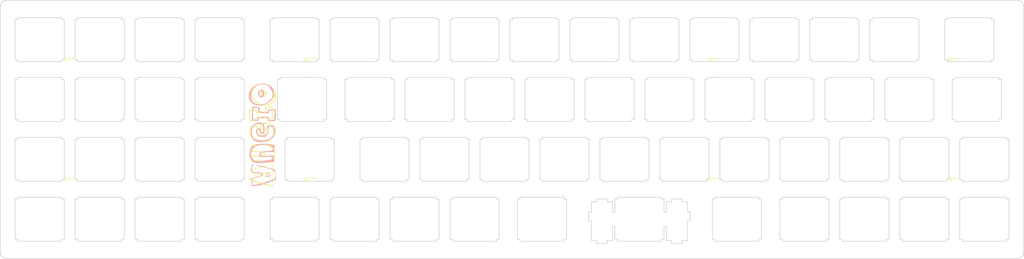
<source format=kicad_pcb>
(kicad_pcb (version 20171130) (host pcbnew "(5.1.4)-1")

  (general
    (thickness 1.6)
    (drawings 880)
    (tracks 0)
    (zones 0)
    (modules 3)
    (nets 1)
  )

  (page A4)
  (layers
    (0 F.Cu signal)
    (31 B.Cu signal)
    (32 B.Adhes user)
    (33 F.Adhes user)
    (34 B.Paste user)
    (35 F.Paste user)
    (36 B.SilkS user)
    (37 F.SilkS user)
    (38 B.Mask user)
    (39 F.Mask user)
    (40 Dwgs.User user)
    (41 Cmts.User user)
    (42 Eco1.User user)
    (43 Eco2.User user)
    (44 Edge.Cuts user)
    (45 Margin user)
    (46 B.CrtYd user)
    (47 F.CrtYd user)
    (48 B.Fab user)
    (49 F.Fab user)
  )

  (setup
    (last_trace_width 0.25)
    (trace_clearance 0.2)
    (zone_clearance 0.508)
    (zone_45_only no)
    (trace_min 0.2)
    (via_size 0.8)
    (via_drill 0.4)
    (via_min_size 0.4)
    (via_min_drill 0.3)
    (uvia_size 0.3)
    (uvia_drill 0.1)
    (uvias_allowed no)
    (uvia_min_size 0.2)
    (uvia_min_drill 0.1)
    (edge_width 0.05)
    (segment_width 0.2)
    (pcb_text_width 0.3)
    (pcb_text_size 1.5 1.5)
    (mod_edge_width 0.12)
    (mod_text_size 1 1)
    (mod_text_width 0.15)
    (pad_size 1.524 1.524)
    (pad_drill 0.762)
    (pad_to_mask_clearance 0.051)
    (solder_mask_min_width 0.25)
    (aux_axis_origin 0 0)
    (visible_elements 7FFFFFFF)
    (pcbplotparams
      (layerselection 0x010fc_ffffffff)
      (usegerberextensions false)
      (usegerberattributes false)
      (usegerberadvancedattributes false)
      (creategerberjobfile false)
      (excludeedgelayer true)
      (linewidth 0.100000)
      (plotframeref false)
      (viasonmask false)
      (mode 1)
      (useauxorigin false)
      (hpglpennumber 1)
      (hpglpenspeed 20)
      (hpglpendiameter 15.000000)
      (psnegative false)
      (psa4output false)
      (plotreference true)
      (plotvalue true)
      (plotinvisibletext false)
      (padsonsilk false)
      (subtractmaskfromsilk false)
      (outputformat 1)
      (mirror false)
      (drillshape 0)
      (scaleselection 1)
      (outputdirectory "./Gerbers"))
  )

  (net 0 "")

  (net_class Default "This is the default net class."
    (clearance 0.2)
    (trace_width 0.25)
    (via_dia 0.8)
    (via_drill 0.4)
    (uvia_dia 0.3)
    (uvia_drill 0.1)
  )

  (module bitmaps:LOGO (layer B.Cu) (tedit 0) (tstamp 5EA8D8A6)
    (at 83.34375 110.33125 90)
    (fp_text reference G*** (at 0 0 90) (layer B.SilkS) hide
      (effects (font (size 1.524 1.524) (thickness 0.3)) (justify mirror))
    )
    (fp_text value LOGO (at 0.75 0 90) (layer B.SilkS) hide
      (effects (font (size 1.524 1.524) (thickness 0.3)) (justify mirror))
    )
    (fp_poly (pts (xy 13.594784 0.517093) (xy 13.958034 0.39241) (xy 14.238733 0.208917) (xy 14.316279 0.067065)
      (xy 14.350068 -0.150252) (xy 14.337669 -0.398409) (xy 14.283605 -0.614991) (xy 14.122502 -0.883658)
      (xy 13.872191 -1.116314) (xy 13.570429 -1.279789) (xy 13.499831 -1.30349) (xy 13.240804 -1.369796)
      (xy 13.035651 -1.386197) (xy 12.82134 -1.3524) (xy 12.634556 -1.299467) (xy 12.314068 -1.143891)
      (xy 12.089532 -0.914112) (xy 11.968524 -0.627134) (xy 11.964054 -0.479462) (xy 12.3825 -0.479462)
      (xy 12.3825 -0.880953) (xy 12.588875 -0.909686) (xy 12.902577 -0.935627) (xy 13.214484 -0.931157)
      (xy 13.49048 -0.89949) (xy 13.69645 -0.84384) (xy 13.774835 -0.797971) (xy 13.87966 -0.624094)
      (xy 13.90089 -0.393952) (xy 13.835418 -0.149523) (xy 13.824533 -0.127) (xy 13.677376 0.032461)
      (xy 13.44691 0.127287) (xy 13.161016 0.154209) (xy 12.847576 0.109955) (xy 12.588875 0.017945)
      (xy 12.476535 -0.040938) (xy 12.414785 -0.109264) (xy 12.388505 -0.223473) (xy 12.382575 -0.420007)
      (xy 12.3825 -0.479462) (xy 11.964054 -0.479462) (xy 11.95862 -0.299963) (xy 12.049975 0.012575)
      (xy 12.174687 0.228875) (xy 12.345925 0.374717) (xy 12.458316 0.435093) (xy 12.805905 0.543392)
      (xy 13.197734 0.569073) (xy 13.594784 0.517093)) (layer B.SilkS) (width 0.01))
    (fp_poly (pts (xy -12.968604 2.520524) (xy -12.782393 2.469779) (xy -12.587235 2.407814) (xy -12.371914 2.329028)
      (xy -12.24867 2.260239) (xy -12.187129 2.177758) (xy -12.159788 2.074439) (xy -12.155821 1.886695)
      (xy -12.189402 1.6599) (xy -12.208125 1.5875) (xy -12.292484 1.30175) (xy -12.803967 1.283465)
      (xy -13.086961 1.280131) (xy -13.267471 1.296518) (xy -13.368893 1.335532) (xy -13.39113 1.356369)
      (xy -13.415387 1.461318) (xy -13.405026 1.604031) (xy -13.195187 1.604031) (xy -13.125661 1.543641)
      (xy -12.956531 1.52517) (xy -12.828464 1.524) (xy -12.607116 1.53076) (xy -12.473717 1.559179)
      (xy -12.38957 1.621467) (xy -12.350022 1.674951) (xy -12.294656 1.859024) (xy -12.348334 2.038144)
      (xy -12.496559 2.177914) (xy -12.577423 2.214527) (xy -12.788481 2.2538) (xy -12.943984 2.192257)
      (xy -13.066334 2.01844) (xy -13.097519 1.948535) (xy -13.180632 1.730831) (xy -13.195187 1.604031)
      (xy -13.405026 1.604031) (xy -13.402179 1.643234) (xy -13.360333 1.868754) (xy -13.298674 2.104512)
      (xy -13.226026 2.317145) (xy -13.151216 2.473289) (xy -13.083069 2.539578) (xy -13.078036 2.54)
      (xy -12.968604 2.520524)) (layer B.SilkS) (width 0.01))
    (fp_poly (pts (xy 7.395261 4.263049) (xy 7.716179 4.244191) (xy 7.858125 4.226135) (xy 8.128 4.179837)
      (xy 8.128 3.046167) (xy 8.124869 2.679157) (xy 8.116178 2.357662) (xy 8.102974 2.102625)
      (xy 8.086306 1.934994) (xy 8.069411 1.876286) (xy 7.977552 1.844659) (xy 7.805975 1.803022)
      (xy 7.678834 1.777116) (xy 7.456252 1.728783) (xy 7.311311 1.667934) (xy 7.227392 1.568917)
      (xy 7.187876 1.406078) (xy 7.176143 1.153767) (xy 7.1755 1.000216) (xy 7.185566 0.705642)
      (xy 7.212917 0.365831) (xy 7.253282 0.011608) (xy 7.302391 -0.326205) (xy 7.355972 -0.616784)
      (xy 7.409754 -0.829304) (xy 7.439471 -0.904875) (xy 7.555708 -0.996352) (xy 7.765795 -1.004163)
      (xy 8.070524 -0.928312) (xy 8.124375 -0.909743) (xy 8.317261 -0.854634) (xy 8.471132 -0.834053)
      (xy 8.519174 -0.840183) (xy 8.58934 -0.917199) (xy 8.670318 -1.07755) (xy 8.724358 -1.225184)
      (xy 8.772362 -1.413875) (xy 8.822254 -1.670025) (xy 8.870597 -1.96668) (xy 8.913958 -2.276888)
      (xy 8.9489 -2.573697) (xy 8.971989 -2.830155) (xy 8.979789 -3.019309) (xy 8.968864 -3.114207)
      (xy 8.96566 -3.118424) (xy 8.841173 -3.172318) (xy 8.608589 -3.220327) (xy 8.286711 -3.261496)
      (xy 7.894348 -3.294871) (xy 7.450304 -3.319495) (xy 6.973385 -3.334414) (xy 6.482398 -3.338673)
      (xy 5.996148 -3.331317) (xy 5.533442 -3.311389) (xy 5.374465 -3.300823) (xy 5.079205 -3.277113)
      (xy 4.833573 -3.253673) (xy 4.66335 -3.233221) (xy 4.594415 -3.218582) (xy 4.566857 -3.136449)
      (xy 4.532754 -2.953402) (xy 4.495618 -2.695132) (xy 4.458964 -2.387326) (xy 4.426305 -2.055673)
      (xy 4.412586 -1.889125) (xy 4.370099 -1.3335) (xy 4.549757 -1.3335) (xy 4.723491 -1.308797)
      (xy 4.934066 -1.247316) (xy 4.990642 -1.225455) (xy 5.25187 -1.11741) (xy 5.333804 -0.129354)
      (xy 5.374793 0.449817) (xy 5.390137 0.916021) (xy 5.377521 1.281128) (xy 5.334631 1.557008)
      (xy 5.259153 1.755533) (xy 5.148771 1.888574) (xy 5.00117 1.968001) (xy 4.920622 1.989701)
      (xy 4.701536 2.036812) (xy 4.498457 2.082497) (xy 4.47675 2.087578) (xy 4.28625 2.132504)
      (xy 4.307568 3.000748) (xy 4.649631 3.000748) (xy 4.659755 2.729775) (xy 4.666605 2.671684)
      (xy 4.697632 2.484961) (xy 4.7451 2.386856) (xy 4.841067 2.339954) (xy 4.972671 2.314427)
      (xy 5.254372 2.206823) (xy 5.496633 2.002073) (xy 5.668292 1.729761) (xy 5.7081 1.616271)
      (xy 5.751208 1.410135) (xy 5.771573 1.169017) (xy 5.768876 0.871318) (xy 5.742796 0.495437)
      (xy 5.693016 0.019775) (xy 5.68325 -0.0635) (xy 5.646059 -0.403466) (xy 5.6157 -0.73119)
      (xy 5.595448 -1.007885) (xy 5.588551 -1.18557) (xy 5.588 -1.513891) (xy 5.177045 -1.557901)
      (xy 4.899678 -1.59909) (xy 4.733396 -1.663247) (xy 4.662331 -1.769906) (xy 4.670614 -1.938601)
      (xy 4.720205 -2.120293) (xy 4.781648 -2.357267) (xy 4.819814 -2.585421) (xy 4.826 -2.680556)
      (xy 4.826 -2.9052) (xy 5.699125 -2.970339) (xy 6.158533 -2.997608) (xy 6.63099 -3.013224)
      (xy 7.09403 -3.017592) (xy 7.525187 -3.011114) (xy 7.901997 -2.994192) (xy 8.201993 -2.967229)
      (xy 8.402711 -2.930629) (xy 8.431231 -2.921355) (xy 8.566586 -2.860038) (xy 8.614098 -2.78264)
      (xy 8.600555 -2.638874) (xy 8.59569 -2.612602) (xy 8.573762 -2.43514) (xy 8.556354 -2.182019)
      (xy 8.546886 -1.904573) (xy 8.546458 -1.87325) (xy 8.54075 -1.36525) (xy 7.96925 -1.362088)
      (xy 7.701879 -1.35931) (xy 7.475662 -1.354588) (xy 7.326141 -1.348761) (xy 7.294992 -1.346213)
      (xy 7.212486 -1.275282) (xy 7.132358 -1.094202) (xy 7.057407 -0.819822) (xy 6.990433 -0.468993)
      (xy 6.934233 -0.058565) (xy 6.891607 0.394613) (xy 6.865353 0.87369) (xy 6.858 1.28481)
      (xy 6.858 1.939626) (xy 7.159625 2.021834) (xy 7.368036 2.073449) (xy 7.545429 2.108689)
      (xy 7.598547 2.115647) (xy 7.663634 2.131148) (xy 7.712908 2.177048) (xy 7.75055 2.271298)
      (xy 7.780742 2.43185) (xy 7.807663 2.676659) (xy 7.835494 3.023675) (xy 7.8469 3.182147)
      (xy 7.863441 3.519574) (xy 7.856439 3.73513) (xy 7.82578 3.831766) (xy 7.821812 3.834759)
      (xy 7.68981 3.875129) (xy 7.466406 3.903424) (xy 7.186707 3.918731) (xy 6.885818 3.920142)
      (xy 6.598848 3.906744) (xy 6.360901 3.877628) (xy 6.338324 3.873242) (xy 6.075922 3.832992)
      (xy 5.750532 3.801805) (xy 5.426127 3.785584) (xy 5.379301 3.784779) (xy 5.08224 3.77495)
      (xy 4.891981 3.751701) (xy 4.78874 3.711855) (xy 4.764369 3.686037) (xy 4.706272 3.523856)
      (xy 4.666582 3.280434) (xy 4.649631 3.000748) (xy 4.307568 3.000748) (xy 4.309573 3.082377)
      (xy 4.31871 3.415118) (xy 4.328355 3.699396) (xy 4.337597 3.912684) (xy 4.345528 4.032452)
      (xy 4.34863 4.050141) (xy 4.413916 4.063965) (xy 4.581304 4.089061) (xy 4.826741 4.122074)
      (xy 5.126175 4.159649) (xy 5.182557 4.16647) (xy 5.608841 4.209064) (xy 6.072455 4.24067)
      (xy 6.544198 4.260637) (xy 6.994867 4.268314) (xy 7.395261 4.263049)) (layer B.SilkS) (width 0.01))
    (fp_poly (pts (xy -13.744197 4.314703) (xy -13.421951 4.288884) (xy -13.060435 4.253444) (xy -12.681241 4.210615)
      (xy -12.305959 4.16263) (xy -11.956183 4.111721) (xy -11.653504 4.060121) (xy -11.48176 4.02491)
      (xy -11.255487 3.969436) (xy -11.123365 3.918555) (xy -11.054841 3.852799) (xy -11.019367 3.752697)
      (xy -11.01347 3.726476) (xy -10.985982 3.615077) (xy -10.929552 3.398409) (xy -10.848775 3.093695)
      (xy -10.748248 2.718156) (xy -10.632567 2.289014) (xy -10.50633 1.823494) (xy -10.468022 1.68275)
      (xy -10.301274 1.059866) (xy -10.144194 0.452376) (xy -10.000121 -0.125283) (xy -9.872397 -0.658676)
      (xy -9.764363 -1.133368) (xy -9.679359 -1.534923) (xy -9.620727 -1.848906) (xy -9.591807 -2.060882)
      (xy -9.589308 -2.114145) (xy -9.605083 -2.148822) (xy -9.648073 -2.07656) (xy -9.713394 -1.913298)
      (xy -9.796158 -1.674972) (xy -9.891479 -1.377521) (xy -9.994471 -1.036881) (xy -10.100249 -0.66899)
      (xy -10.203925 -0.289787) (xy -10.300615 0.084793) (xy -10.385431 0.438811) (xy -10.42067 0.597592)
      (xy -10.572167 1.278111) (xy -10.711378 1.846466) (xy -10.843552 2.316275) (xy -10.973939 2.70116)
      (xy -11.107787 3.014738) (xy -11.250345 3.27063) (xy -11.406862 3.482454) (xy -11.582587 3.663831)
      (xy -11.612825 3.690926) (xy -11.884423 3.890193) (xy -12.183893 4.023657) (xy -12.536973 4.097875)
      (xy -12.969399 4.119404) (xy -13.260381 4.110657) (xy -13.623002 4.083436) (xy -13.87132 4.045049)
      (xy -13.999444 3.996443) (xy -14.005374 3.991102) (xy -14.05602 3.898885) (xy -14.137653 3.70057)
      (xy -14.245181 3.411824) (xy -14.373511 3.048317) (xy -14.517553 2.625717) (xy -14.672213 2.159691)
      (xy -14.832399 1.66591) (xy -14.99302 1.160041) (xy -15.148982 0.657753) (xy -15.295194 0.174715)
      (xy -15.426564 -0.273406) (xy -15.537999 -0.67094) (xy -15.612017 -0.9525) (xy -15.745412 -1.495266)
      (xy -15.858437 -1.981452) (xy -15.948694 -2.399063) (xy -16.013785 -2.736103) (xy -16.051313 -2.980577)
      (xy -16.058878 -3.120491) (xy -16.050808 -3.147359) (xy -15.972008 -3.165232) (xy -15.795443 -3.178376)
      (xy -15.550264 -3.186676) (xy -15.265622 -3.190018) (xy -14.970668 -3.188288) (xy -14.694554 -3.181372)
      (xy -14.46643 -3.169157) (xy -14.329458 -3.15409) (xy -14.138293 -3.112203) (xy -14.025021 -3.044991)
      (xy -13.941124 -2.914927) (xy -13.897363 -2.819882) (xy -13.836765 -2.650441) (xy -13.760841 -2.390153)
      (xy -13.678757 -2.072787) (xy -13.599681 -1.732111) (xy -13.590216 -1.688411) (xy -13.46957 -1.169719)
      (xy -13.352174 -0.761313) (xy -13.231736 -0.446834) (xy -13.101965 -0.209927) (xy -12.95657 -0.034235)
      (xy -12.952436 -0.03025) (xy -12.823468 0.07979) (xy -12.723419 0.109452) (xy -12.596906 0.073342)
      (xy -12.582316 0.067359) (xy -12.397638 -0.025673) (xy -12.253954 -0.144293) (xy -12.145385 -0.305181)
      (xy -12.066052 -0.525014) (xy -12.010073 -0.820474) (xy -11.97157 -1.208239) (xy -11.944663 -1.704989)
      (xy -11.942982 -1.74625) (xy -11.921734 -2.208986) (xy -11.895937 -2.561472) (xy -11.859634 -2.820452)
      (xy -11.806872 -3.002666) (xy -11.731695 -3.124858) (xy -11.628148 -3.203769) (xy -11.490275 -3.256144)
      (xy -11.397537 -3.279731) (xy -11.081062 -3.332148) (xy -10.737049 -3.355287) (xy -10.40714 -3.349232)
      (xy -10.132977 -3.314067) (xy -10.00751 -3.276957) (xy -9.776022 -3.131102) (xy -9.637678 -2.917086)
      (xy -9.581709 -2.617189) (xy -9.579987 -2.573495) (xy -9.574611 -2.422207) (xy -9.566565 -2.36873)
      (xy -9.552168 -2.421032) (xy -9.52774 -2.587082) (xy -9.509053 -2.72707) (xy -9.479507 -2.970645)
      (xy -9.47326 -3.121933) (xy -9.494758 -3.214241) (xy -9.548447 -3.280874) (xy -9.587377 -3.313859)
      (xy -9.810808 -3.43743) (xy -10.120706 -3.533161) (xy -10.478426 -3.595027) (xy -10.845324 -3.617006)
      (xy -11.182754 -3.593074) (xy -11.27125 -3.576313) (xy -11.57402 -3.494111) (xy -11.827496 -3.398045)
      (xy -12.003599 -3.300148) (xy -12.066613 -3.235486) (xy -12.090102 -3.135219) (xy -12.115656 -2.931078)
      (xy -12.141166 -2.646119) (xy -12.164523 -2.303397) (xy -12.181064 -1.984845) (xy -12.202688 -1.551741)
      (xy -12.225238 -1.224805) (xy -12.251332 -0.983219) (xy -12.28359 -0.806163) (xy -12.324632 -0.672815)
      (xy -12.354681 -0.604888) (xy -12.444613 -0.447796) (xy -12.524154 -0.34898) (xy -12.545589 -0.335387)
      (xy -12.660811 -0.356827) (xy -12.818581 -0.454546) (xy -12.98664 -0.602195) (xy -13.132728 -0.773422)
      (xy -13.187486 -0.859707) (xy -13.265071 -1.04295) (xy -13.346307 -1.30226) (xy -13.416094 -1.588096)
      (xy -13.428674 -1.651) (xy -13.524994 -2.138065) (xy -13.608393 -2.515898) (xy -13.683643 -2.801031)
      (xy -13.755517 -3.009991) (xy -13.828789 -3.159311) (xy -13.888362 -3.243095) (xy -14.04479 -3.429)
      (xy -14.92502 -3.429) (xy -15.277976 -3.424101) (xy -15.614096 -3.410711) (xy -15.898444 -3.390787)
      (xy -16.096088 -3.366284) (xy -16.11645 -3.362259) (xy -16.302552 -3.314468) (xy -16.391381 -3.262369)
      (xy -16.411656 -3.185691) (xy -16.408803 -3.155884) (xy -16.393146 -3.03307) (xy -16.366923 -2.820529)
      (xy -16.334604 -2.55464) (xy -16.317547 -2.413) (xy -16.208161 -1.687468) (xy -16.047288 -0.915517)
      (xy -15.831501 -0.085018) (xy -15.557371 0.816162) (xy -15.22147 1.800152) (xy -14.826759 2.862469)
      (xy -14.673687 3.259693) (xy -14.535162 3.617111) (xy -14.417835 3.917727) (xy -14.328356 4.144549)
      (xy -14.273378 4.28058) (xy -14.259392 4.312108) (xy -14.184509 4.328548) (xy -14.00558 4.328669)
      (xy -13.744197 4.314703)) (layer B.SilkS) (width 0.01))
    (fp_poly (pts (xy 1.507826 4.12938) (xy 2.07687 3.978499) (xy 2.401555 3.834924) (xy 2.657775 3.705391)
      (xy 2.836024 3.604606) (xy 2.948624 3.50683) (xy 3.007896 3.386324) (xy 3.026162 3.21735)
      (xy 3.015743 2.97417) (xy 2.988959 2.631045) (xy 2.987432 2.611069) (xy 2.94016 2.140684)
      (xy 2.879048 1.78349) (xy 2.805112 1.543054) (xy 2.719365 1.42294) (xy 2.646832 1.414355)
      (xy 2.295237 1.535088) (xy 2.009741 1.60797) (xy 1.742629 1.641504) (xy 1.446188 1.644191)
      (xy 1.37226 1.641486) (xy 1.087628 1.623074) (xy 0.884094 1.588843) (xy 0.715819 1.527057)
      (xy 0.541407 1.42875) (xy 0.241648 1.172795) (xy 0.016215 0.840123) (xy -0.133486 0.4545)
      (xy -0.206051 0.039692) (xy -0.200074 -0.380534) (xy -0.114152 -0.782412) (xy 0.053123 -1.142175)
      (xy 0.303153 -1.436058) (xy 0.368907 -1.489137) (xy 0.602797 -1.597898) (xy 0.900217 -1.643475)
      (xy 1.213581 -1.624187) (xy 1.495305 -1.538353) (xy 1.513113 -1.529554) (xy 1.669441 -1.441781)
      (xy 1.764558 -1.372913) (xy 1.778 -1.353084) (xy 1.716971 -1.2392) (xy 1.54136 -1.114771)
      (xy 1.262376 -0.986711) (xy 1.073913 -0.918889) (xy 0.71947 -0.781055) (xy 0.477042 -0.633065)
      (xy 0.331817 -0.458178) (xy 0.26898 -0.239651) (xy 0.269098 -0.009292) (xy 0.300643 0.211226)
      (xy 0.36821 0.362826) (xy 0.49673 0.470787) (xy 0.711133 0.560389) (xy 0.8833 0.613511)
      (xy 1.206951 0.67313) (xy 1.610117 0.696303) (xy 2.051306 0.685134) (xy 2.489024 0.641728)
      (xy 2.881778 0.568191) (xy 3.105465 0.500762) (xy 3.379501 0.380367) (xy 3.570064 0.240243)
      (xy 3.703303 0.049345) (xy 3.805366 -0.223372) (xy 3.848047 -0.380889) (xy 3.922383 -0.917969)
      (xy 3.877164 -1.441554) (xy 3.719819 -1.940192) (xy 3.457774 -2.40243) (xy 3.09846 -2.816815)
      (xy 2.649304 -3.171894) (xy 2.117734 -3.456215) (xy 1.769282 -3.585875) (xy 1.333336 -3.695584)
      (xy 0.87314 -3.762301) (xy 0.434711 -3.781623) (xy 0.064067 -3.749148) (xy 0.0635 -3.749042)
      (xy -0.543309 -3.57814) (xy -1.071878 -3.309391) (xy -1.518414 -2.947839) (xy -1.879125 -2.498529)
      (xy -2.150218 -1.966504) (xy -2.327901 -1.35681) (xy -2.408379 -0.674491) (xy -2.413 -0.45536)
      (xy -2.407705 -0.381125) (xy -1.789577 -0.381125) (xy -1.725536 -1.096112) (xy -1.578125 -1.759373)
      (xy -1.351201 -2.348969) (xy -1.258099 -2.526147) (xy -1.11972 -2.73853) (xy -0.965235 -2.88938)
      (xy -0.746676 -3.023144) (xy -0.690674 -3.051951) (xy -0.081356 -3.291332) (xy 0.551292 -3.40969)
      (xy 1.192237 -3.404841) (xy 1.463062 -3.365014) (xy 1.994582 -3.20703) (xy 2.469303 -2.951766)
      (xy 2.870151 -2.611932) (xy 3.180059 -2.200237) (xy 3.276181 -2.015128) (xy 3.365028 -1.804647)
      (xy 3.41933 -1.618983) (xy 3.447252 -1.41316) (xy 3.456959 -1.142201) (xy 3.45757 -1.016)
      (xy 3.449499 -0.717643) (xy 3.427723 -0.436694) (xy 3.39627 -0.218604) (xy 3.38152 -0.157932)
      (xy 3.305213 0.096886) (xy 2.589231 0.207265) (xy 2.111072 0.27075) (xy 1.691553 0.306185)
      (xy 1.346722 0.31327) (xy 1.092628 0.291703) (xy 0.945321 0.241185) (xy 0.941335 0.238125)
      (xy 0.84441 0.130692) (xy 0.736698 -0.028433) (xy 0.722824 -0.052339) (xy 0.649277 -0.19314)
      (xy 0.640375 -0.270735) (xy 0.695002 -0.330571) (xy 0.71562 -0.346001) (xy 0.827577 -0.39484)
      (xy 1.028178 -0.45318) (xy 1.280608 -0.510797) (xy 1.37413 -0.528854) (xy 1.72587 -0.604562)
      (xy 1.960595 -0.690954) (xy 2.088146 -0.804726) (xy 2.118367 -0.962572) (xy 2.061098 -1.181189)
      (xy 1.92942 -1.470801) (xy 1.71622 -1.781576) (xy 1.44718 -1.986174) (xy 1.135913 -2.078293)
      (xy 0.796032 -2.051633) (xy 0.721248 -2.030013) (xy 0.30215 -1.830264) (xy -0.062524 -1.534048)
      (xy -0.363094 -1.162563) (xy -0.58988 -0.737004) (xy -0.7332 -0.278569) (xy -0.783374 0.191546)
      (xy -0.730723 0.652144) (xy -0.63518 0.940083) (xy -0.534601 1.12697) (xy -0.40069 1.281744)
      (xy -0.21935 1.409765) (xy 0.023521 1.516389) (xy 0.342021 1.606977) (xy 0.750251 1.686885)
      (xy 1.262311 1.761472) (xy 1.651 1.808886) (xy 2.037389 1.85697) (xy 2.313847 1.904537)
      (xy 2.497004 1.961627) (xy 2.603488 2.038277) (xy 2.64993 2.144524) (xy 2.652959 2.290406)
      (xy 2.64022 2.405988) (xy 2.617847 2.645352) (xy 2.604838 2.919085) (xy 2.6035 3.018361)
      (xy 2.6035 3.351995) (xy 2.174875 3.530048) (xy 1.956062 3.614171) (xy 1.762045 3.667378)
      (xy 1.550373 3.6967) (xy 1.278594 3.709164) (xy 1.0795 3.711425) (xy 0.767539 3.709882)
      (xy 0.544693 3.697255) (xy 0.373156 3.667075) (xy 0.215128 3.612869) (xy 0.045539 3.534435)
      (xy -0.399021 3.24795) (xy -0.796727 2.855177) (xy -1.139143 2.370878) (xy -1.417833 1.809815)
      (xy -1.624363 1.186749) (xy -1.750296 0.516441) (xy -1.766389 0.363648) (xy -1.789577 -0.381125)
      (xy -2.407705 -0.381125) (xy -2.35545 0.351432) (xy -2.186546 1.123523) (xy -1.911908 1.848321)
      (xy -1.537157 2.513235) (xy -1.067914 3.105673) (xy -0.645249 3.504947) (xy -0.145977 3.843025)
      (xy 0.386137 4.060531) (xy 0.940827 4.156353) (xy 1.507826 4.12938)) (layer B.SilkS) (width 0.01))
    (fp_poly (pts (xy -3.515692 3.899522) (xy -3.346322 3.864688) (xy -3.261712 3.801053) (xy -3.219911 3.671264)
      (xy -3.212142 3.629263) (xy -3.025253 2.419357) (xy -2.910565 1.313758) (xy -2.868073 0.312295)
      (xy -2.897773 -0.585201) (xy -2.999661 -1.378902) (xy -3.080097 -1.74645) (xy -3.279207 -2.332862)
      (xy -3.556944 -2.854495) (xy -3.901961 -3.295941) (xy -4.302913 -3.641795) (xy -4.60375 -3.815469)
      (xy -5.100468 -3.992974) (xy -5.651363 -4.094686) (xy -6.203433 -4.112939) (xy -6.477 -4.086362)
      (xy -6.876449 -4.022674) (xy -7.183106 -3.959685) (xy -7.43035 -3.883608) (xy -7.65156 -3.780658)
      (xy -7.880117 -3.637047) (xy -8.149398 -3.438991) (xy -8.270687 -3.345548) (xy -8.483629 -3.176197)
      (xy -8.639558 -3.031442) (xy -8.750029 -2.885832) (xy -8.797232 -2.779847) (xy -8.3185 -2.779847)
      (xy -7.826375 -3.033034) (xy -7.317088 -3.269515) (xy -6.841586 -3.440697) (xy -6.5405 -3.516095)
      (xy -6.318533 -3.5369) (xy -6.025858 -3.535305) (xy -5.705344 -3.51474) (xy -5.399859 -3.478637)
      (xy -5.15227 -3.430426) (xy -5.04825 -3.396652) (xy -4.59386 -3.137756) (xy -4.1852 -2.776624)
      (xy -3.943158 -2.477942) (xy -3.623132 -1.940533) (xy -3.393257 -1.362126) (xy -3.249367 -0.726047)
      (xy -3.187294 -0.015625) (xy -3.190284 0.534581) (xy -3.243008 1.233074) (xy -3.350516 1.849727)
      (xy -3.521293 2.420959) (xy -3.75794 2.971241) (xy -3.880146 3.216766) (xy -3.962777 3.364903)
      (xy -4.021588 3.432577) (xy -4.072336 3.436713) (xy -4.130776 3.394237) (xy -4.142176 3.383991)
      (xy -4.291721 3.304192) (xy -4.517678 3.281789) (xy -4.572136 3.283352) (xy -4.760189 3.284135)
      (xy -4.863508 3.253653) (xy -4.923632 3.174219) (xy -4.944961 3.124602) (xy -5.017438 2.906121)
      (xy -5.077581 2.636704) (xy -5.128537 2.296215) (xy -5.173455 1.864515) (xy -5.206209 1.453105)
      (xy -5.249054 0.921268) (xy -5.294571 0.496345) (xy -5.346514 0.158255) (xy -5.408637 -0.113083)
      (xy -5.484693 -0.337751) (xy -5.577691 -0.534457) (xy -5.779534 -0.806116) (xy -6.024274 -0.977481)
      (xy -6.290961 -1.044138) (xy -6.558646 -1.001673) (xy -6.806381 -0.845673) (xy -6.849797 -0.802481)
      (xy -6.959932 -0.64812) (xy -7.035983 -0.446489) (xy -7.079408 -0.182097) (xy -7.091668 0.160551)
      (xy -7.074222 0.596947) (xy -7.030826 1.119046) (xy -6.986817 1.638126) (xy -6.967826 2.050495)
      (xy -6.975002 2.374176) (xy -7.009494 2.627196) (xy -7.072451 2.82758) (xy -7.148773 2.969328)
      (xy -7.274519 3.100222) (xy -7.440323 3.200792) (xy -7.603439 3.251656) (xy -7.721122 3.233436)
      (xy -7.724865 3.230515) (xy -7.774734 3.143404) (xy -7.841102 2.967138) (xy -7.911349 2.736177)
      (xy -7.926373 2.680296) (xy -8.062476 2.080133) (xy -8.167959 1.427373) (xy -8.244372 0.705733)
      (xy -8.293266 -0.101065) (xy -8.316189 -1.009303) (xy -8.318447 -1.437548) (xy -8.3185 -2.779847)
      (xy -8.797232 -2.779847) (xy -8.826598 -2.713913) (xy -8.88082 -2.490233) (xy -8.924251 -2.18934)
      (xy -8.965337 -1.815496) (xy -8.987309 -1.561805) (xy -8.99973 -1.296883) (xy -9.001872 -1.005584)
      (xy -8.993008 -0.672762) (xy -8.97241 -0.283269) (xy -8.939348 0.178042) (xy -8.893095 0.726316)
      (xy -8.832922 1.376701) (xy -8.791057 1.80975) (xy -8.757175 2.199447) (xy -8.731016 2.585994)
      (xy -8.714514 2.933415) (xy -8.709605 3.205734) (xy -8.711466 3.289054) (xy -8.7191 3.528406)
      (xy -8.711517 3.670304) (xy -8.681146 3.744064) (xy -8.620416 3.779003) (xy -8.582192 3.789614)
      (xy -8.448671 3.794505) (xy -8.23575 3.772663) (xy -7.987086 3.728758) (xy -7.961262 3.723186)
      (xy -7.657027 3.669375) (xy -7.331729 3.631892) (xy -7.0835 3.619501) (xy -6.677609 3.6195)
      (xy -6.633775 3.210182) (xy -6.623025 2.957547) (xy -6.631621 2.602743) (xy -6.658563 2.16896)
      (xy -6.697517 1.731731) (xy -6.738354 1.299822) (xy -6.762547 0.967891) (xy -6.770686 0.710087)
      (xy -6.763363 0.500564) (xy -6.741168 0.313472) (xy -6.73125 0.255377) (xy -6.669771 -0.00169)
      (xy -6.58202 -0.270057) (xy -6.483916 -0.507483) (xy -6.391376 -0.671726) (xy -6.373695 -0.693458)
      (xy -6.312783 -0.677555) (xy -6.204247 -0.584028) (xy -6.073027 -0.43948) (xy -5.944064 -0.270516)
      (xy -5.872417 -0.15875) (xy -5.760538 0.057582) (xy -5.671573 0.292055) (xy -5.6025 0.563095)
      (xy -5.5503 0.889124) (xy -5.511952 1.288567) (xy -5.484435 1.779846) (xy -5.46638 2.31775)
      (xy -5.42925 3.71475) (xy -4.98475 3.756204) (xy -4.683849 3.789774) (xy -4.36521 3.833739)
      (xy -4.15925 3.867714) (xy -3.900645 3.900334) (xy -3.646052 3.908812) (xy -3.515692 3.899522)) (layer B.SilkS) (width 0.01))
    (fp_poly (pts (xy 13.900383 3.559334) (xy 14.442937 3.417775) (xy 14.876253 3.218603) (xy 15.293805 2.903093)
      (xy 15.635971 2.499668) (xy 15.902784 2.022595) (xy 16.094277 1.486143) (xy 16.210482 0.904577)
      (xy 16.251432 0.292166) (xy 16.217159 -0.336824) (xy 16.107696 -0.968125) (xy 15.923074 -1.587469)
      (xy 15.663327 -2.18059) (xy 15.328487 -2.733221) (xy 14.918587 -3.231093) (xy 14.861449 -3.28939)
      (xy 14.354902 -3.713305) (xy 13.791618 -4.036794) (xy 13.189091 -4.254513) (xy 12.564812 -4.361118)
      (xy 11.936275 -4.351267) (xy 11.581685 -4.291238) (xy 11.02815 -4.102603) (xy 10.539346 -3.808687)
      (xy 10.122746 -3.41757) (xy 9.785825 -2.937331) (xy 9.536055 -2.37605) (xy 9.420317 -1.954608)
      (xy 9.36359 -1.539419) (xy 9.346947 -1.049515) (xy 9.368413 -0.530014) (xy 9.377235 -0.452824)
      (xy 9.606187 -0.452824) (xy 9.616731 -1.118142) (xy 9.73269 -1.721324) (xy 9.945651 -2.255468)
      (xy 10.247203 -2.713667) (xy 10.628932 -3.089019) (xy 11.082427 -3.374617) (xy 11.599276 -3.563557)
      (xy 12.171065 -3.648935) (xy 12.789382 -3.623846) (xy 13.335 -3.513331) (xy 13.872972 -3.312118)
      (xy 14.394282 -3.016984) (xy 14.873149 -2.648557) (xy 15.283793 -2.227464) (xy 15.600433 -1.774336)
      (xy 15.66758 -1.646896) (xy 15.854906 -1.208007) (xy 15.976931 -0.775484) (xy 16.040676 -0.311278)
      (xy 16.053157 0.222658) (xy 16.047539 0.41275) (xy 16.015523 0.915103) (xy 15.961929 1.303222)
      (xy 15.883423 1.588558) (xy 15.776672 1.78256) (xy 15.638342 1.896678) (xy 15.611946 1.90875)
      (xy 15.48836 1.973491) (xy 15.285096 2.094903) (xy 15.027014 2.257543) (xy 14.738974 2.445968)
      (xy 14.634257 2.516111) (xy 14.25358 2.769251) (xy 13.953737 2.957305) (xy 13.712741 3.089729)
      (xy 13.508604 3.175979) (xy 13.319336 3.225511) (xy 13.122951 3.24778) (xy 12.92225 3.252328)
      (xy 12.427183 3.207723) (xy 11.968856 3.069885) (xy 11.530092 2.830236) (xy 11.093719 2.4802)
      (xy 10.81141 2.198187) (xy 10.327899 1.600136) (xy 9.967062 0.970362) (xy 9.728222 0.307381)
      (xy 9.610706 -0.390292) (xy 9.606187 -0.452824) (xy 9.377235 -0.452824) (xy 9.426014 -0.026032)
      (xy 9.517775 0.417311) (xy 9.525311 0.4445) (xy 9.775039 1.14538) (xy 10.106319 1.784857)
      (xy 10.508701 2.349018) (xy 10.971733 2.823948) (xy 11.484964 3.195733) (xy 11.666125 3.294706)
      (xy 12.171374 3.486984) (xy 12.733141 3.594684) (xy 13.319964 3.618552) (xy 13.900383 3.559334)) (layer B.SilkS) (width 0.01))
  )

  (module bitmaps:LOGO (layer F.Cu) (tedit 0) (tstamp 5EA8D854)
    (at 83.34375 110.33125 90)
    (fp_text reference G*** (at 0 0 90) (layer F.SilkS) hide
      (effects (font (size 1.524 1.524) (thickness 0.3)))
    )
    (fp_text value LOGO (at 0.75 0 90) (layer F.SilkS) hide
      (effects (font (size 1.524 1.524) (thickness 0.3)))
    )
    (fp_poly (pts (xy 13.594784 -0.517093) (xy 13.958034 -0.39241) (xy 14.238733 -0.208917) (xy 14.316279 -0.067065)
      (xy 14.350068 0.150252) (xy 14.337669 0.398409) (xy 14.283605 0.614991) (xy 14.122502 0.883658)
      (xy 13.872191 1.116314) (xy 13.570429 1.279789) (xy 13.499831 1.30349) (xy 13.240804 1.369796)
      (xy 13.035651 1.386197) (xy 12.82134 1.3524) (xy 12.634556 1.299467) (xy 12.314068 1.143891)
      (xy 12.089532 0.914112) (xy 11.968524 0.627134) (xy 11.964054 0.479462) (xy 12.3825 0.479462)
      (xy 12.3825 0.880953) (xy 12.588875 0.909686) (xy 12.902577 0.935627) (xy 13.214484 0.931157)
      (xy 13.49048 0.89949) (xy 13.69645 0.84384) (xy 13.774835 0.797971) (xy 13.87966 0.624094)
      (xy 13.90089 0.393952) (xy 13.835418 0.149523) (xy 13.824533 0.127) (xy 13.677376 -0.032461)
      (xy 13.44691 -0.127287) (xy 13.161016 -0.154209) (xy 12.847576 -0.109955) (xy 12.588875 -0.017945)
      (xy 12.476535 0.040938) (xy 12.414785 0.109264) (xy 12.388505 0.223473) (xy 12.382575 0.420007)
      (xy 12.3825 0.479462) (xy 11.964054 0.479462) (xy 11.95862 0.299963) (xy 12.049975 -0.012575)
      (xy 12.174687 -0.228875) (xy 12.345925 -0.374717) (xy 12.458316 -0.435093) (xy 12.805905 -0.543392)
      (xy 13.197734 -0.569073) (xy 13.594784 -0.517093)) (layer F.SilkS) (width 0.01))
    (fp_poly (pts (xy -12.968604 -2.520524) (xy -12.782393 -2.469779) (xy -12.587235 -2.407814) (xy -12.371914 -2.329028)
      (xy -12.24867 -2.260239) (xy -12.187129 -2.177758) (xy -12.159788 -2.074439) (xy -12.155821 -1.886695)
      (xy -12.189402 -1.6599) (xy -12.208125 -1.5875) (xy -12.292484 -1.30175) (xy -12.803967 -1.283465)
      (xy -13.086961 -1.280131) (xy -13.267471 -1.296518) (xy -13.368893 -1.335532) (xy -13.39113 -1.356369)
      (xy -13.415387 -1.461318) (xy -13.405026 -1.604031) (xy -13.195187 -1.604031) (xy -13.125661 -1.543641)
      (xy -12.956531 -1.52517) (xy -12.828464 -1.524) (xy -12.607116 -1.53076) (xy -12.473717 -1.559179)
      (xy -12.38957 -1.621467) (xy -12.350022 -1.674951) (xy -12.294656 -1.859024) (xy -12.348334 -2.038144)
      (xy -12.496559 -2.177914) (xy -12.577423 -2.214527) (xy -12.788481 -2.2538) (xy -12.943984 -2.192257)
      (xy -13.066334 -2.01844) (xy -13.097519 -1.948535) (xy -13.180632 -1.730831) (xy -13.195187 -1.604031)
      (xy -13.405026 -1.604031) (xy -13.402179 -1.643234) (xy -13.360333 -1.868754) (xy -13.298674 -2.104512)
      (xy -13.226026 -2.317145) (xy -13.151216 -2.473289) (xy -13.083069 -2.539578) (xy -13.078036 -2.54)
      (xy -12.968604 -2.520524)) (layer F.SilkS) (width 0.01))
    (fp_poly (pts (xy 7.395261 -4.263049) (xy 7.716179 -4.244191) (xy 7.858125 -4.226135) (xy 8.128 -4.179837)
      (xy 8.128 -3.046167) (xy 8.124869 -2.679157) (xy 8.116178 -2.357662) (xy 8.102974 -2.102625)
      (xy 8.086306 -1.934994) (xy 8.069411 -1.876286) (xy 7.977552 -1.844659) (xy 7.805975 -1.803022)
      (xy 7.678834 -1.777116) (xy 7.456252 -1.728783) (xy 7.311311 -1.667934) (xy 7.227392 -1.568917)
      (xy 7.187876 -1.406078) (xy 7.176143 -1.153767) (xy 7.1755 -1.000216) (xy 7.185566 -0.705642)
      (xy 7.212917 -0.365831) (xy 7.253282 -0.011608) (xy 7.302391 0.326205) (xy 7.355972 0.616784)
      (xy 7.409754 0.829304) (xy 7.439471 0.904875) (xy 7.555708 0.996352) (xy 7.765795 1.004163)
      (xy 8.070524 0.928312) (xy 8.124375 0.909743) (xy 8.317261 0.854634) (xy 8.471132 0.834053)
      (xy 8.519174 0.840183) (xy 8.58934 0.917199) (xy 8.670318 1.07755) (xy 8.724358 1.225184)
      (xy 8.772362 1.413875) (xy 8.822254 1.670025) (xy 8.870597 1.96668) (xy 8.913958 2.276888)
      (xy 8.9489 2.573697) (xy 8.971989 2.830155) (xy 8.979789 3.019309) (xy 8.968864 3.114207)
      (xy 8.96566 3.118424) (xy 8.841173 3.172318) (xy 8.608589 3.220327) (xy 8.286711 3.261496)
      (xy 7.894348 3.294871) (xy 7.450304 3.319495) (xy 6.973385 3.334414) (xy 6.482398 3.338673)
      (xy 5.996148 3.331317) (xy 5.533442 3.311389) (xy 5.374465 3.300823) (xy 5.079205 3.277113)
      (xy 4.833573 3.253673) (xy 4.66335 3.233221) (xy 4.594415 3.218582) (xy 4.566857 3.136449)
      (xy 4.532754 2.953402) (xy 4.495618 2.695132) (xy 4.458964 2.387326) (xy 4.426305 2.055673)
      (xy 4.412586 1.889125) (xy 4.370099 1.3335) (xy 4.549757 1.3335) (xy 4.723491 1.308797)
      (xy 4.934066 1.247316) (xy 4.990642 1.225455) (xy 5.25187 1.11741) (xy 5.333804 0.129354)
      (xy 5.374793 -0.449817) (xy 5.390137 -0.916021) (xy 5.377521 -1.281128) (xy 5.334631 -1.557008)
      (xy 5.259153 -1.755533) (xy 5.148771 -1.888574) (xy 5.00117 -1.968001) (xy 4.920622 -1.989701)
      (xy 4.701536 -2.036812) (xy 4.498457 -2.082497) (xy 4.47675 -2.087578) (xy 4.28625 -2.132504)
      (xy 4.307568 -3.000748) (xy 4.649631 -3.000748) (xy 4.659755 -2.729775) (xy 4.666605 -2.671684)
      (xy 4.697632 -2.484961) (xy 4.7451 -2.386856) (xy 4.841067 -2.339954) (xy 4.972671 -2.314427)
      (xy 5.254372 -2.206823) (xy 5.496633 -2.002073) (xy 5.668292 -1.729761) (xy 5.7081 -1.616271)
      (xy 5.751208 -1.410135) (xy 5.771573 -1.169017) (xy 5.768876 -0.871318) (xy 5.742796 -0.495437)
      (xy 5.693016 -0.019775) (xy 5.68325 0.0635) (xy 5.646059 0.403466) (xy 5.6157 0.73119)
      (xy 5.595448 1.007885) (xy 5.588551 1.18557) (xy 5.588 1.513891) (xy 5.177045 1.557901)
      (xy 4.899678 1.59909) (xy 4.733396 1.663247) (xy 4.662331 1.769906) (xy 4.670614 1.938601)
      (xy 4.720205 2.120293) (xy 4.781648 2.357267) (xy 4.819814 2.585421) (xy 4.826 2.680556)
      (xy 4.826 2.9052) (xy 5.699125 2.970339) (xy 6.158533 2.997608) (xy 6.63099 3.013224)
      (xy 7.09403 3.017592) (xy 7.525187 3.011114) (xy 7.901997 2.994192) (xy 8.201993 2.967229)
      (xy 8.402711 2.930629) (xy 8.431231 2.921355) (xy 8.566586 2.860038) (xy 8.614098 2.78264)
      (xy 8.600555 2.638874) (xy 8.59569 2.612602) (xy 8.573762 2.43514) (xy 8.556354 2.182019)
      (xy 8.546886 1.904573) (xy 8.546458 1.87325) (xy 8.54075 1.36525) (xy 7.96925 1.362088)
      (xy 7.701879 1.35931) (xy 7.475662 1.354588) (xy 7.326141 1.348761) (xy 7.294992 1.346213)
      (xy 7.212486 1.275282) (xy 7.132358 1.094202) (xy 7.057407 0.819822) (xy 6.990433 0.468993)
      (xy 6.934233 0.058565) (xy 6.891607 -0.394613) (xy 6.865353 -0.87369) (xy 6.858 -1.28481)
      (xy 6.858 -1.939626) (xy 7.159625 -2.021834) (xy 7.368036 -2.073449) (xy 7.545429 -2.108689)
      (xy 7.598547 -2.115647) (xy 7.663634 -2.131148) (xy 7.712908 -2.177048) (xy 7.75055 -2.271298)
      (xy 7.780742 -2.43185) (xy 7.807663 -2.676659) (xy 7.835494 -3.023675) (xy 7.8469 -3.182147)
      (xy 7.863441 -3.519574) (xy 7.856439 -3.73513) (xy 7.82578 -3.831766) (xy 7.821812 -3.834759)
      (xy 7.68981 -3.875129) (xy 7.466406 -3.903424) (xy 7.186707 -3.918731) (xy 6.885818 -3.920142)
      (xy 6.598848 -3.906744) (xy 6.360901 -3.877628) (xy 6.338324 -3.873242) (xy 6.075922 -3.832992)
      (xy 5.750532 -3.801805) (xy 5.426127 -3.785584) (xy 5.379301 -3.784779) (xy 5.08224 -3.77495)
      (xy 4.891981 -3.751701) (xy 4.78874 -3.711855) (xy 4.764369 -3.686037) (xy 4.706272 -3.523856)
      (xy 4.666582 -3.280434) (xy 4.649631 -3.000748) (xy 4.307568 -3.000748) (xy 4.309573 -3.082377)
      (xy 4.31871 -3.415118) (xy 4.328355 -3.699396) (xy 4.337597 -3.912684) (xy 4.345528 -4.032452)
      (xy 4.34863 -4.050141) (xy 4.413916 -4.063965) (xy 4.581304 -4.089061) (xy 4.826741 -4.122074)
      (xy 5.126175 -4.159649) (xy 5.182557 -4.16647) (xy 5.608841 -4.209064) (xy 6.072455 -4.24067)
      (xy 6.544198 -4.260637) (xy 6.994867 -4.268314) (xy 7.395261 -4.263049)) (layer F.SilkS) (width 0.01))
    (fp_poly (pts (xy -13.744197 -4.314703) (xy -13.421951 -4.288884) (xy -13.060435 -4.253444) (xy -12.681241 -4.210615)
      (xy -12.305959 -4.16263) (xy -11.956183 -4.111721) (xy -11.653504 -4.060121) (xy -11.48176 -4.02491)
      (xy -11.255487 -3.969436) (xy -11.123365 -3.918555) (xy -11.054841 -3.852799) (xy -11.019367 -3.752697)
      (xy -11.01347 -3.726476) (xy -10.985982 -3.615077) (xy -10.929552 -3.398409) (xy -10.848775 -3.093695)
      (xy -10.748248 -2.718156) (xy -10.632567 -2.289014) (xy -10.50633 -1.823494) (xy -10.468022 -1.68275)
      (xy -10.301274 -1.059866) (xy -10.144194 -0.452376) (xy -10.000121 0.125283) (xy -9.872397 0.658676)
      (xy -9.764363 1.133368) (xy -9.679359 1.534923) (xy -9.620727 1.848906) (xy -9.591807 2.060882)
      (xy -9.589308 2.114145) (xy -9.605083 2.148822) (xy -9.648073 2.07656) (xy -9.713394 1.913298)
      (xy -9.796158 1.674972) (xy -9.891479 1.377521) (xy -9.994471 1.036881) (xy -10.100249 0.66899)
      (xy -10.203925 0.289787) (xy -10.300615 -0.084793) (xy -10.385431 -0.438811) (xy -10.42067 -0.597592)
      (xy -10.572167 -1.278111) (xy -10.711378 -1.846466) (xy -10.843552 -2.316275) (xy -10.973939 -2.70116)
      (xy -11.107787 -3.014738) (xy -11.250345 -3.27063) (xy -11.406862 -3.482454) (xy -11.582587 -3.663831)
      (xy -11.612825 -3.690926) (xy -11.884423 -3.890193) (xy -12.183893 -4.023657) (xy -12.536973 -4.097875)
      (xy -12.969399 -4.119404) (xy -13.260381 -4.110657) (xy -13.623002 -4.083436) (xy -13.87132 -4.045049)
      (xy -13.999444 -3.996443) (xy -14.005374 -3.991102) (xy -14.05602 -3.898885) (xy -14.137653 -3.70057)
      (xy -14.245181 -3.411824) (xy -14.373511 -3.048317) (xy -14.517553 -2.625717) (xy -14.672213 -2.159691)
      (xy -14.832399 -1.66591) (xy -14.99302 -1.160041) (xy -15.148982 -0.657753) (xy -15.295194 -0.174715)
      (xy -15.426564 0.273406) (xy -15.537999 0.67094) (xy -15.612017 0.9525) (xy -15.745412 1.495266)
      (xy -15.858437 1.981452) (xy -15.948694 2.399063) (xy -16.013785 2.736103) (xy -16.051313 2.980577)
      (xy -16.058878 3.120491) (xy -16.050808 3.147359) (xy -15.972008 3.165232) (xy -15.795443 3.178376)
      (xy -15.550264 3.186676) (xy -15.265622 3.190018) (xy -14.970668 3.188288) (xy -14.694554 3.181372)
      (xy -14.46643 3.169157) (xy -14.329458 3.15409) (xy -14.138293 3.112203) (xy -14.025021 3.044991)
      (xy -13.941124 2.914927) (xy -13.897363 2.819882) (xy -13.836765 2.650441) (xy -13.760841 2.390153)
      (xy -13.678757 2.072787) (xy -13.599681 1.732111) (xy -13.590216 1.688411) (xy -13.46957 1.169719)
      (xy -13.352174 0.761313) (xy -13.231736 0.446834) (xy -13.101965 0.209927) (xy -12.95657 0.034235)
      (xy -12.952436 0.03025) (xy -12.823468 -0.07979) (xy -12.723419 -0.109452) (xy -12.596906 -0.073342)
      (xy -12.582316 -0.067359) (xy -12.397638 0.025673) (xy -12.253954 0.144293) (xy -12.145385 0.305181)
      (xy -12.066052 0.525014) (xy -12.010073 0.820474) (xy -11.97157 1.208239) (xy -11.944663 1.704989)
      (xy -11.942982 1.74625) (xy -11.921734 2.208986) (xy -11.895937 2.561472) (xy -11.859634 2.820452)
      (xy -11.806872 3.002666) (xy -11.731695 3.124858) (xy -11.628148 3.203769) (xy -11.490275 3.256144)
      (xy -11.397537 3.279731) (xy -11.081062 3.332148) (xy -10.737049 3.355287) (xy -10.40714 3.349232)
      (xy -10.132977 3.314067) (xy -10.00751 3.276957) (xy -9.776022 3.131102) (xy -9.637678 2.917086)
      (xy -9.581709 2.617189) (xy -9.579987 2.573495) (xy -9.574611 2.422207) (xy -9.566565 2.36873)
      (xy -9.552168 2.421032) (xy -9.52774 2.587082) (xy -9.509053 2.72707) (xy -9.479507 2.970645)
      (xy -9.47326 3.121933) (xy -9.494758 3.214241) (xy -9.548447 3.280874) (xy -9.587377 3.313859)
      (xy -9.810808 3.43743) (xy -10.120706 3.533161) (xy -10.478426 3.595027) (xy -10.845324 3.617006)
      (xy -11.182754 3.593074) (xy -11.27125 3.576313) (xy -11.57402 3.494111) (xy -11.827496 3.398045)
      (xy -12.003599 3.300148) (xy -12.066613 3.235486) (xy -12.090102 3.135219) (xy -12.115656 2.931078)
      (xy -12.141166 2.646119) (xy -12.164523 2.303397) (xy -12.181064 1.984845) (xy -12.202688 1.551741)
      (xy -12.225238 1.224805) (xy -12.251332 0.983219) (xy -12.28359 0.806163) (xy -12.324632 0.672815)
      (xy -12.354681 0.604888) (xy -12.444613 0.447796) (xy -12.524154 0.34898) (xy -12.545589 0.335387)
      (xy -12.660811 0.356827) (xy -12.818581 0.454546) (xy -12.98664 0.602195) (xy -13.132728 0.773422)
      (xy -13.187486 0.859707) (xy -13.265071 1.04295) (xy -13.346307 1.30226) (xy -13.416094 1.588096)
      (xy -13.428674 1.651) (xy -13.524994 2.138065) (xy -13.608393 2.515898) (xy -13.683643 2.801031)
      (xy -13.755517 3.009991) (xy -13.828789 3.159311) (xy -13.888362 3.243095) (xy -14.04479 3.429)
      (xy -14.92502 3.429) (xy -15.277976 3.424101) (xy -15.614096 3.410711) (xy -15.898444 3.390787)
      (xy -16.096088 3.366284) (xy -16.11645 3.362259) (xy -16.302552 3.314468) (xy -16.391381 3.262369)
      (xy -16.411656 3.185691) (xy -16.408803 3.155884) (xy -16.393146 3.03307) (xy -16.366923 2.820529)
      (xy -16.334604 2.55464) (xy -16.317547 2.413) (xy -16.208161 1.687468) (xy -16.047288 0.915517)
      (xy -15.831501 0.085018) (xy -15.557371 -0.816162) (xy -15.22147 -1.800152) (xy -14.826759 -2.862469)
      (xy -14.673687 -3.259693) (xy -14.535162 -3.617111) (xy -14.417835 -3.917727) (xy -14.328356 -4.144549)
      (xy -14.273378 -4.28058) (xy -14.259392 -4.312108) (xy -14.184509 -4.328548) (xy -14.00558 -4.328669)
      (xy -13.744197 -4.314703)) (layer F.SilkS) (width 0.01))
    (fp_poly (pts (xy 1.507826 -4.12938) (xy 2.07687 -3.978499) (xy 2.401555 -3.834924) (xy 2.657775 -3.705391)
      (xy 2.836024 -3.604606) (xy 2.948624 -3.50683) (xy 3.007896 -3.386324) (xy 3.026162 -3.21735)
      (xy 3.015743 -2.97417) (xy 2.988959 -2.631045) (xy 2.987432 -2.611069) (xy 2.94016 -2.140684)
      (xy 2.879048 -1.78349) (xy 2.805112 -1.543054) (xy 2.719365 -1.42294) (xy 2.646832 -1.414355)
      (xy 2.295237 -1.535088) (xy 2.009741 -1.60797) (xy 1.742629 -1.641504) (xy 1.446188 -1.644191)
      (xy 1.37226 -1.641486) (xy 1.087628 -1.623074) (xy 0.884094 -1.588843) (xy 0.715819 -1.527057)
      (xy 0.541407 -1.42875) (xy 0.241648 -1.172795) (xy 0.016215 -0.840123) (xy -0.133486 -0.4545)
      (xy -0.206051 -0.039692) (xy -0.200074 0.380534) (xy -0.114152 0.782412) (xy 0.053123 1.142175)
      (xy 0.303153 1.436058) (xy 0.368907 1.489137) (xy 0.602797 1.597898) (xy 0.900217 1.643475)
      (xy 1.213581 1.624187) (xy 1.495305 1.538353) (xy 1.513113 1.529554) (xy 1.669441 1.441781)
      (xy 1.764558 1.372913) (xy 1.778 1.353084) (xy 1.716971 1.2392) (xy 1.54136 1.114771)
      (xy 1.262376 0.986711) (xy 1.073913 0.918889) (xy 0.71947 0.781055) (xy 0.477042 0.633065)
      (xy 0.331817 0.458178) (xy 0.26898 0.239651) (xy 0.269098 0.009292) (xy 0.300643 -0.211226)
      (xy 0.36821 -0.362826) (xy 0.49673 -0.470787) (xy 0.711133 -0.560389) (xy 0.8833 -0.613511)
      (xy 1.206951 -0.67313) (xy 1.610117 -0.696303) (xy 2.051306 -0.685134) (xy 2.489024 -0.641728)
      (xy 2.881778 -0.568191) (xy 3.105465 -0.500762) (xy 3.379501 -0.380367) (xy 3.570064 -0.240243)
      (xy 3.703303 -0.049345) (xy 3.805366 0.223372) (xy 3.848047 0.380889) (xy 3.922383 0.917969)
      (xy 3.877164 1.441554) (xy 3.719819 1.940192) (xy 3.457774 2.40243) (xy 3.09846 2.816815)
      (xy 2.649304 3.171894) (xy 2.117734 3.456215) (xy 1.769282 3.585875) (xy 1.333336 3.695584)
      (xy 0.87314 3.762301) (xy 0.434711 3.781623) (xy 0.064067 3.749148) (xy 0.0635 3.749042)
      (xy -0.543309 3.57814) (xy -1.071878 3.309391) (xy -1.518414 2.947839) (xy -1.879125 2.498529)
      (xy -2.150218 1.966504) (xy -2.327901 1.35681) (xy -2.408379 0.674491) (xy -2.413 0.45536)
      (xy -2.407705 0.381125) (xy -1.789577 0.381125) (xy -1.725536 1.096112) (xy -1.578125 1.759373)
      (xy -1.351201 2.348969) (xy -1.258099 2.526147) (xy -1.11972 2.73853) (xy -0.965235 2.88938)
      (xy -0.746676 3.023144) (xy -0.690674 3.051951) (xy -0.081356 3.291332) (xy 0.551292 3.40969)
      (xy 1.192237 3.404841) (xy 1.463062 3.365014) (xy 1.994582 3.20703) (xy 2.469303 2.951766)
      (xy 2.870151 2.611932) (xy 3.180059 2.200237) (xy 3.276181 2.015128) (xy 3.365028 1.804647)
      (xy 3.41933 1.618983) (xy 3.447252 1.41316) (xy 3.456959 1.142201) (xy 3.45757 1.016)
      (xy 3.449499 0.717643) (xy 3.427723 0.436694) (xy 3.39627 0.218604) (xy 3.38152 0.157932)
      (xy 3.305213 -0.096886) (xy 2.589231 -0.207265) (xy 2.111072 -0.27075) (xy 1.691553 -0.306185)
      (xy 1.346722 -0.31327) (xy 1.092628 -0.291703) (xy 0.945321 -0.241185) (xy 0.941335 -0.238125)
      (xy 0.84441 -0.130692) (xy 0.736698 0.028433) (xy 0.722824 0.052339) (xy 0.649277 0.19314)
      (xy 0.640375 0.270735) (xy 0.695002 0.330571) (xy 0.71562 0.346001) (xy 0.827577 0.39484)
      (xy 1.028178 0.45318) (xy 1.280608 0.510797) (xy 1.37413 0.528854) (xy 1.72587 0.604562)
      (xy 1.960595 0.690954) (xy 2.088146 0.804726) (xy 2.118367 0.962572) (xy 2.061098 1.181189)
      (xy 1.92942 1.470801) (xy 1.71622 1.781576) (xy 1.44718 1.986174) (xy 1.135913 2.078293)
      (xy 0.796032 2.051633) (xy 0.721248 2.030013) (xy 0.30215 1.830264) (xy -0.062524 1.534048)
      (xy -0.363094 1.162563) (xy -0.58988 0.737004) (xy -0.7332 0.278569) (xy -0.783374 -0.191546)
      (xy -0.730723 -0.652144) (xy -0.63518 -0.940083) (xy -0.534601 -1.12697) (xy -0.40069 -1.281744)
      (xy -0.21935 -1.409765) (xy 0.023521 -1.516389) (xy 0.342021 -1.606977) (xy 0.750251 -1.686885)
      (xy 1.262311 -1.761472) (xy 1.651 -1.808886) (xy 2.037389 -1.85697) (xy 2.313847 -1.904537)
      (xy 2.497004 -1.961627) (xy 2.603488 -2.038277) (xy 2.64993 -2.144524) (xy 2.652959 -2.290406)
      (xy 2.64022 -2.405988) (xy 2.617847 -2.645352) (xy 2.604838 -2.919085) (xy 2.6035 -3.018361)
      (xy 2.6035 -3.351995) (xy 2.174875 -3.530048) (xy 1.956062 -3.614171) (xy 1.762045 -3.667378)
      (xy 1.550373 -3.6967) (xy 1.278594 -3.709164) (xy 1.0795 -3.711425) (xy 0.767539 -3.709882)
      (xy 0.544693 -3.697255) (xy 0.373156 -3.667075) (xy 0.215128 -3.612869) (xy 0.045539 -3.534435)
      (xy -0.399021 -3.24795) (xy -0.796727 -2.855177) (xy -1.139143 -2.370878) (xy -1.417833 -1.809815)
      (xy -1.624363 -1.186749) (xy -1.750296 -0.516441) (xy -1.766389 -0.363648) (xy -1.789577 0.381125)
      (xy -2.407705 0.381125) (xy -2.35545 -0.351432) (xy -2.186546 -1.123523) (xy -1.911908 -1.848321)
      (xy -1.537157 -2.513235) (xy -1.067914 -3.105673) (xy -0.645249 -3.504947) (xy -0.145977 -3.843025)
      (xy 0.386137 -4.060531) (xy 0.940827 -4.156353) (xy 1.507826 -4.12938)) (layer F.SilkS) (width 0.01))
    (fp_poly (pts (xy -3.515692 -3.899522) (xy -3.346322 -3.864688) (xy -3.261712 -3.801053) (xy -3.219911 -3.671264)
      (xy -3.212142 -3.629263) (xy -3.025253 -2.419357) (xy -2.910565 -1.313758) (xy -2.868073 -0.312295)
      (xy -2.897773 0.585201) (xy -2.999661 1.378902) (xy -3.080097 1.74645) (xy -3.279207 2.332862)
      (xy -3.556944 2.854495) (xy -3.901961 3.295941) (xy -4.302913 3.641795) (xy -4.60375 3.815469)
      (xy -5.100468 3.992974) (xy -5.651363 4.094686) (xy -6.203433 4.112939) (xy -6.477 4.086362)
      (xy -6.876449 4.022674) (xy -7.183106 3.959685) (xy -7.43035 3.883608) (xy -7.65156 3.780658)
      (xy -7.880117 3.637047) (xy -8.149398 3.438991) (xy -8.270687 3.345548) (xy -8.483629 3.176197)
      (xy -8.639558 3.031442) (xy -8.750029 2.885832) (xy -8.797232 2.779847) (xy -8.3185 2.779847)
      (xy -7.826375 3.033034) (xy -7.317088 3.269515) (xy -6.841586 3.440697) (xy -6.5405 3.516095)
      (xy -6.318533 3.5369) (xy -6.025858 3.535305) (xy -5.705344 3.51474) (xy -5.399859 3.478637)
      (xy -5.15227 3.430426) (xy -5.04825 3.396652) (xy -4.59386 3.137756) (xy -4.1852 2.776624)
      (xy -3.943158 2.477942) (xy -3.623132 1.940533) (xy -3.393257 1.362126) (xy -3.249367 0.726047)
      (xy -3.187294 0.015625) (xy -3.190284 -0.534581) (xy -3.243008 -1.233074) (xy -3.350516 -1.849727)
      (xy -3.521293 -2.420959) (xy -3.75794 -2.971241) (xy -3.880146 -3.216766) (xy -3.962777 -3.364903)
      (xy -4.021588 -3.432577) (xy -4.072336 -3.436713) (xy -4.130776 -3.394237) (xy -4.142176 -3.383991)
      (xy -4.291721 -3.304192) (xy -4.517678 -3.281789) (xy -4.572136 -3.283352) (xy -4.760189 -3.284135)
      (xy -4.863508 -3.253653) (xy -4.923632 -3.174219) (xy -4.944961 -3.124602) (xy -5.017438 -2.906121)
      (xy -5.077581 -2.636704) (xy -5.128537 -2.296215) (xy -5.173455 -1.864515) (xy -5.206209 -1.453105)
      (xy -5.249054 -0.921268) (xy -5.294571 -0.496345) (xy -5.346514 -0.158255) (xy -5.408637 0.113083)
      (xy -5.484693 0.337751) (xy -5.577691 0.534457) (xy -5.779534 0.806116) (xy -6.024274 0.977481)
      (xy -6.290961 1.044138) (xy -6.558646 1.001673) (xy -6.806381 0.845673) (xy -6.849797 0.802481)
      (xy -6.959932 0.64812) (xy -7.035983 0.446489) (xy -7.079408 0.182097) (xy -7.091668 -0.160551)
      (xy -7.074222 -0.596947) (xy -7.030826 -1.119046) (xy -6.986817 -1.638126) (xy -6.967826 -2.050495)
      (xy -6.975002 -2.374176) (xy -7.009494 -2.627196) (xy -7.072451 -2.82758) (xy -7.148773 -2.969328)
      (xy -7.274519 -3.100222) (xy -7.440323 -3.200792) (xy -7.603439 -3.251656) (xy -7.721122 -3.233436)
      (xy -7.724865 -3.230515) (xy -7.774734 -3.143404) (xy -7.841102 -2.967138) (xy -7.911349 -2.736177)
      (xy -7.926373 -2.680296) (xy -8.062476 -2.080133) (xy -8.167959 -1.427373) (xy -8.244372 -0.705733)
      (xy -8.293266 0.101065) (xy -8.316189 1.009303) (xy -8.318447 1.437548) (xy -8.3185 2.779847)
      (xy -8.797232 2.779847) (xy -8.826598 2.713913) (xy -8.88082 2.490233) (xy -8.924251 2.18934)
      (xy -8.965337 1.815496) (xy -8.987309 1.561805) (xy -8.99973 1.296883) (xy -9.001872 1.005584)
      (xy -8.993008 0.672762) (xy -8.97241 0.283269) (xy -8.939348 -0.178042) (xy -8.893095 -0.726316)
      (xy -8.832922 -1.376701) (xy -8.791057 -1.80975) (xy -8.757175 -2.199447) (xy -8.731016 -2.585994)
      (xy -8.714514 -2.933415) (xy -8.709605 -3.205734) (xy -8.711466 -3.289054) (xy -8.7191 -3.528406)
      (xy -8.711517 -3.670304) (xy -8.681146 -3.744064) (xy -8.620416 -3.779003) (xy -8.582192 -3.789614)
      (xy -8.448671 -3.794505) (xy -8.23575 -3.772663) (xy -7.987086 -3.728758) (xy -7.961262 -3.723186)
      (xy -7.657027 -3.669375) (xy -7.331729 -3.631892) (xy -7.0835 -3.619501) (xy -6.677609 -3.6195)
      (xy -6.633775 -3.210182) (xy -6.623025 -2.957547) (xy -6.631621 -2.602743) (xy -6.658563 -2.16896)
      (xy -6.697517 -1.731731) (xy -6.738354 -1.299822) (xy -6.762547 -0.967891) (xy -6.770686 -0.710087)
      (xy -6.763363 -0.500564) (xy -6.741168 -0.313472) (xy -6.73125 -0.255377) (xy -6.669771 0.00169)
      (xy -6.58202 0.270057) (xy -6.483916 0.507483) (xy -6.391376 0.671726) (xy -6.373695 0.693458)
      (xy -6.312783 0.677555) (xy -6.204247 0.584028) (xy -6.073027 0.43948) (xy -5.944064 0.270516)
      (xy -5.872417 0.15875) (xy -5.760538 -0.057582) (xy -5.671573 -0.292055) (xy -5.6025 -0.563095)
      (xy -5.5503 -0.889124) (xy -5.511952 -1.288567) (xy -5.484435 -1.779846) (xy -5.46638 -2.31775)
      (xy -5.42925 -3.71475) (xy -4.98475 -3.756204) (xy -4.683849 -3.789774) (xy -4.36521 -3.833739)
      (xy -4.15925 -3.867714) (xy -3.900645 -3.900334) (xy -3.646052 -3.908812) (xy -3.515692 -3.899522)) (layer F.SilkS) (width 0.01))
    (fp_poly (pts (xy 13.900383 -3.559334) (xy 14.442937 -3.417775) (xy 14.876253 -3.218603) (xy 15.293805 -2.903093)
      (xy 15.635971 -2.499668) (xy 15.902784 -2.022595) (xy 16.094277 -1.486143) (xy 16.210482 -0.904577)
      (xy 16.251432 -0.292166) (xy 16.217159 0.336824) (xy 16.107696 0.968125) (xy 15.923074 1.587469)
      (xy 15.663327 2.18059) (xy 15.328487 2.733221) (xy 14.918587 3.231093) (xy 14.861449 3.28939)
      (xy 14.354902 3.713305) (xy 13.791618 4.036794) (xy 13.189091 4.254513) (xy 12.564812 4.361118)
      (xy 11.936275 4.351267) (xy 11.581685 4.291238) (xy 11.02815 4.102603) (xy 10.539346 3.808687)
      (xy 10.122746 3.41757) (xy 9.785825 2.937331) (xy 9.536055 2.37605) (xy 9.420317 1.954608)
      (xy 9.36359 1.539419) (xy 9.346947 1.049515) (xy 9.368413 0.530014) (xy 9.377235 0.452824)
      (xy 9.606187 0.452824) (xy 9.616731 1.118142) (xy 9.73269 1.721324) (xy 9.945651 2.255468)
      (xy 10.247203 2.713667) (xy 10.628932 3.089019) (xy 11.082427 3.374617) (xy 11.599276 3.563557)
      (xy 12.171065 3.648935) (xy 12.789382 3.623846) (xy 13.335 3.513331) (xy 13.872972 3.312118)
      (xy 14.394282 3.016984) (xy 14.873149 2.648557) (xy 15.283793 2.227464) (xy 15.600433 1.774336)
      (xy 15.66758 1.646896) (xy 15.854906 1.208007) (xy 15.976931 0.775484) (xy 16.040676 0.311278)
      (xy 16.053157 -0.222658) (xy 16.047539 -0.41275) (xy 16.015523 -0.915103) (xy 15.961929 -1.303222)
      (xy 15.883423 -1.588558) (xy 15.776672 -1.78256) (xy 15.638342 -1.896678) (xy 15.611946 -1.90875)
      (xy 15.48836 -1.973491) (xy 15.285096 -2.094903) (xy 15.027014 -2.257543) (xy 14.738974 -2.445968)
      (xy 14.634257 -2.516111) (xy 14.25358 -2.769251) (xy 13.953737 -2.957305) (xy 13.712741 -3.089729)
      (xy 13.508604 -3.175979) (xy 13.319336 -3.225511) (xy 13.122951 -3.24778) (xy 12.92225 -3.252328)
      (xy 12.427183 -3.207723) (xy 11.968856 -3.069885) (xy 11.530092 -2.830236) (xy 11.093719 -2.4802)
      (xy 10.81141 -2.198187) (xy 10.327899 -1.600136) (xy 9.967062 -0.970362) (xy 9.728222 -0.307381)
      (xy 9.610706 0.390292) (xy 9.606187 0.452824) (xy 9.377235 0.452824) (xy 9.426014 0.026032)
      (xy 9.517775 -0.417311) (xy 9.525311 -0.4445) (xy 9.775039 -1.14538) (xy 10.106319 -1.784857)
      (xy 10.508701 -2.349018) (xy 10.971733 -2.823948) (xy 11.484964 -3.195733) (xy 11.666125 -3.294706)
      (xy 12.171374 -3.486984) (xy 12.733141 -3.594684) (xy 13.319964 -3.618552) (xy 13.900383 -3.559334)) (layer F.SilkS) (width 0.01))
  )

  (module bitmaps:Augio_Drill_Holes_2.1mm (layer F.Cu) (tedit 5EA8C664) (tstamp 5EA92923)
    (at 22.14526 89.59517)
    (descr "Mounting Hole 2.1mm, no annular")
    (tags "mounting hole 2.1mm no annular")
    (attr virtual)
    (fp_text reference REF** (at 0 -3.2) (layer F.SilkS)
      (effects (font (size 1 1) (thickness 0.15)))
    )
    (fp_text value Augio_Drill_Holes_2.1mm (at 0 3.2) (layer F.Fab)
      (effects (font (size 1 1) (thickness 0.15)))
    )
    (fp_text user MountingHole_2.1mm (at 204.7875 41.402) (layer F.Fab)
      (effects (font (size 1 1) (thickness 0.15)))
    )
    (fp_text user MountingHole_2.1mm (at 280.9875 3.2) (layer F.Fab)
      (effects (font (size 1 1) (thickness 0.15)))
    )
    (fp_text user REF** (at 204.7875 34.9) (layer F.SilkS)
      (effects (font (size 1 1) (thickness 0.15)))
    )
    (fp_text user MountingHole_2.1mm (at 280.9875 41.402) (layer F.Fab)
      (effects (font (size 1 1) (thickness 0.15)))
    )
    (fp_text user %R (at 281.2875 0) (layer F.Fab)
      (effects (font (size 1 1) (thickness 0.15)))
    )
    (fp_text user REF** (at 204.7875 -3.2) (layer F.SilkS)
      (effects (font (size 1 1) (thickness 0.15)))
    )
    (fp_text user Augio_Drill_Holes_2.1mm (at 204.7875 3.2) (layer F.Fab)
      (effects (font (size 1 1) (thickness 0.15)))
    )
    (fp_text user %R (at 205.0875 0) (layer F.Fab)
      (effects (font (size 1 1) (thickness 0.15)))
    )
    (fp_text user %R (at 205.0875 38.1) (layer F.Fab)
      (effects (font (size 1 1) (thickness 0.15)))
    )
    (fp_text user %R (at 281.2875 38.1) (layer F.Fab)
      (effects (font (size 1 1) (thickness 0.15)))
    )
    (fp_text user REF** (at 280.9875 -3.2) (layer F.SilkS)
      (effects (font (size 1 1) (thickness 0.15)))
    )
    (fp_text user REF** (at 280.9875 34.9) (layer F.SilkS)
      (effects (font (size 1 1) (thickness 0.15)))
    )
    (fp_circle (center 204.7875 38.1) (end 206.8875 38.1) (layer Cmts.User) (width 0.15))
    (fp_circle (center 204.7875 0) (end 206.8875 0) (layer Cmts.User) (width 0.15))
    (fp_circle (center 204.7875 0) (end 207.1375 0) (layer F.CrtYd) (width 0.05))
    (fp_circle (center 204.7875 38.1) (end 207.1375 38.1) (layer F.CrtYd) (width 0.05))
    (fp_circle (center 280.9875 0) (end 283.0875 0) (layer Cmts.User) (width 0.15))
    (fp_circle (center 280.9875 38.1) (end 283.3375 38.1) (layer F.CrtYd) (width 0.05))
    (fp_circle (center 280.9875 38.1) (end 283.0875 38.1) (layer Cmts.User) (width 0.15))
    (fp_circle (center 280.9875 0) (end 283.3375 0) (layer F.CrtYd) (width 0.05))
    (fp_text user %R (at 76.5 38.1) (layer F.Fab)
      (effects (font (size 1 1) (thickness 0.15)))
    )
    (fp_text user REF** (at 76.2 34.9) (layer F.SilkS)
      (effects (font (size 1 1) (thickness 0.15)))
    )
    (fp_text user REF** (at 76.2 -3.2) (layer F.SilkS)
      (effects (font (size 1 1) (thickness 0.15)))
    )
    (fp_text user MountingHole_2.1mm (at 76.2 3.2) (layer F.Fab)
      (effects (font (size 1 1) (thickness 0.15)))
    )
    (fp_text user %R (at 76.5 0) (layer F.Fab)
      (effects (font (size 1 1) (thickness 0.15)))
    )
    (fp_text user MountingHole_2.1mm (at 76.2 41.402) (layer F.Fab)
      (effects (font (size 1 1) (thickness 0.15)))
    )
    (fp_circle (center 76.2 38.1) (end 78.55 38.1) (layer F.CrtYd) (width 0.05))
    (fp_circle (center 76.2 38.1) (end 78.3 38.1) (layer Cmts.User) (width 0.15))
    (fp_circle (center 76.2 0) (end 78.55 0) (layer F.CrtYd) (width 0.05))
    (fp_circle (center 76.2 0) (end 78.3 0) (layer Cmts.User) (width 0.15))
    (fp_text user REF** (at 0 34.9) (layer F.SilkS)
      (effects (font (size 1 1) (thickness 0.15)))
    )
    (fp_text user MountingHole_2.1mm (at 0 41.402) (layer F.Fab)
      (effects (font (size 1 1) (thickness 0.15)))
    )
    (fp_text user %R (at 0.3 38.1) (layer F.Fab)
      (effects (font (size 1 1) (thickness 0.15)))
    )
    (fp_circle (center 0 38.1) (end 2.1 38.1) (layer Cmts.User) (width 0.15))
    (fp_circle (center 0 38.1) (end 2.35 38.1) (layer F.CrtYd) (width 0.05))
    (fp_circle (center 0 0) (end 2.35 0) (layer F.CrtYd) (width 0.05))
    (fp_circle (center 0 0) (end 2.1 0) (layer Cmts.User) (width 0.15))
    (fp_text user %R (at 0.3 0) (layer F.Fab)
      (effects (font (size 1 1) (thickness 0.15)))
    )
    (pad "" np_thru_hole circle (at 204.7875 0) (size 2.1 2.1) (drill 2.1) (layers *.Cu *.Mask))
    (pad "" np_thru_hole circle (at 204.7875 38.1) (size 2.1 2.1) (drill 2.1) (layers *.Cu *.Mask))
    (pad "" np_thru_hole circle (at 280.9875 38.1) (size 2.1 2.1) (drill 2.1) (layers *.Cu *.Mask))
    (pad "" np_thru_hole circle (at 280.9875 0) (size 2.1 2.1) (drill 2.1) (layers *.Cu *.Mask))
    (pad "" np_thru_hole circle (at 76.2 0) (size 2.1 2.1) (drill 2.1) (layers *.Cu *.Mask))
    (pad "" np_thru_hole circle (at 76.2 38.1) (size 2.1 2.1) (drill 2.1) (layers *.Cu *.Mask))
    (pad "" np_thru_hole circle (at 0 38.1) (size 2.1 2.1) (drill 2.1) (layers *.Cu *.Mask))
    (pad "" np_thru_hole circle (at 0 0) (size 2.1 2.1) (drill 2.1) (layers *.Cu *.Mask))
  )

  (gr_line (start 19.6205 73.0697) (end 5.61964 73.0697) (layer Edge.Cuts) (width 0.2))
  (gr_line (start 19.6205 73.6691) (end 19.6205 73.0697) (layer Edge.Cuts) (width 0.2))
  (gr_line (start 20.4211 73.6691) (end 19.6205 73.6691) (layer Edge.Cuts) (width 0.2))
  (gr_line (start 20.4211 86.4697) (end 20.4211 73.6691) (layer Edge.Cuts) (width 0.2))
  (gr_line (start 19.6205 86.4697) (end 20.4211 86.4697) (layer Edge.Cuts) (width 0.2))
  (gr_line (start 19.6205 87.0704) (end 19.6205 86.4697) (layer Edge.Cuts) (width 0.2))
  (gr_line (start 5.61964 87.0704) (end 19.6205 87.0704) (layer Edge.Cuts) (width 0.2))
  (gr_line (start 5.61964 86.4697) (end 5.61964 87.0704) (layer Edge.Cuts) (width 0.2))
  (gr_line (start 4.81902 86.4697) (end 5.61964 86.4697) (layer Edge.Cuts) (width 0.2))
  (gr_line (start 4.81902 73.6691) (end 4.81902 86.4697) (layer Edge.Cuts) (width 0.2))
  (gr_line (start 5.61964 73.6691) (end 4.81902 73.6691) (layer Edge.Cuts) (width 0.2))
  (gr_line (start 5.61964 73.0697) (end 5.61964 73.6691) (layer Edge.Cuts) (width 0.2))
  (gr_line (start 38.6704 73.0697) (end 24.671 73.0697) (layer Edge.Cuts) (width 0.2))
  (gr_line (start 38.6704 73.6691) (end 38.6704 73.0697) (layer Edge.Cuts) (width 0.2))
  (gr_line (start 39.4712 73.6691) (end 38.6704 73.6691) (layer Edge.Cuts) (width 0.2))
  (gr_line (start 39.4712 86.4697) (end 39.4712 73.6691) (layer Edge.Cuts) (width 0.2))
  (gr_line (start 38.6704 86.4697) (end 39.4712 86.4697) (layer Edge.Cuts) (width 0.2))
  (gr_line (start 38.6704 87.0704) (end 38.6704 86.4697) (layer Edge.Cuts) (width 0.2))
  (gr_line (start 24.671 87.0704) (end 38.6704 87.0704) (layer Edge.Cuts) (width 0.2))
  (gr_line (start 24.671 86.4697) (end 24.671 87.0704) (layer Edge.Cuts) (width 0.2))
  (gr_line (start 23.8704 86.4697) (end 24.671 86.4697) (layer Edge.Cuts) (width 0.2))
  (gr_line (start 23.8704 73.6691) (end 23.8704 86.4697) (layer Edge.Cuts) (width 0.2))
  (gr_line (start 24.671 73.6691) (end 23.8704 73.6691) (layer Edge.Cuts) (width 0.2))
  (gr_line (start 24.671 73.0697) (end 24.671 73.6691) (layer Edge.Cuts) (width 0.2))
  (gr_line (start 57.7204 73.0697) (end 43.7212 73.0697) (layer Edge.Cuts) (width 0.2))
  (gr_line (start 57.7204 73.6691) (end 57.7204 73.0697) (layer Edge.Cuts) (width 0.2))
  (gr_line (start 58.5212 73.6691) (end 57.7204 73.6691) (layer Edge.Cuts) (width 0.2))
  (gr_line (start 58.5212 86.4697) (end 58.5212 73.6691) (layer Edge.Cuts) (width 0.2))
  (gr_line (start 57.7204 86.4697) (end 58.5212 86.4697) (layer Edge.Cuts) (width 0.2))
  (gr_line (start 57.7204 87.0704) (end 57.7204 86.4697) (layer Edge.Cuts) (width 0.2))
  (gr_line (start 43.7212 87.0704) (end 57.7204 87.0704) (layer Edge.Cuts) (width 0.2))
  (gr_line (start 43.7212 86.4697) (end 43.7212 87.0704) (layer Edge.Cuts) (width 0.2))
  (gr_line (start 42.9204 86.4697) (end 43.7212 86.4697) (layer Edge.Cuts) (width 0.2))
  (gr_line (start 42.9204 73.6691) (end 42.9204 86.4697) (layer Edge.Cuts) (width 0.2))
  (gr_line (start 43.7212 73.6691) (end 42.9204 73.6691) (layer Edge.Cuts) (width 0.2))
  (gr_line (start 43.7212 73.0697) (end 43.7212 73.6691) (layer Edge.Cuts) (width 0.2))
  (gr_line (start 76.7704 73.0697) (end 62.7712 73.0697) (layer Edge.Cuts) (width 0.2))
  (gr_line (start 76.7704 73.6691) (end 76.7704 73.0697) (layer Edge.Cuts) (width 0.2))
  (gr_line (start 77.5712 73.6691) (end 76.7704 73.6691) (layer Edge.Cuts) (width 0.2))
  (gr_line (start 77.5712 86.4697) (end 77.5712 73.6691) (layer Edge.Cuts) (width 0.2))
  (gr_line (start 76.7704 86.4697) (end 77.5712 86.4697) (layer Edge.Cuts) (width 0.2))
  (gr_line (start 76.7704 87.0704) (end 76.7704 86.4697) (layer Edge.Cuts) (width 0.2))
  (gr_line (start 62.7712 87.0704) (end 76.7704 87.0704) (layer Edge.Cuts) (width 0.2))
  (gr_line (start 62.7712 86.4697) (end 62.7712 87.0704) (layer Edge.Cuts) (width 0.2))
  (gr_line (start 61.9704 86.4697) (end 62.7712 86.4697) (layer Edge.Cuts) (width 0.2))
  (gr_line (start 61.9704 73.6691) (end 61.9704 86.4697) (layer Edge.Cuts) (width 0.2))
  (gr_line (start 62.7712 73.6691) (end 61.9704 73.6691) (layer Edge.Cuts) (width 0.2))
  (gr_line (start 62.7712 73.0697) (end 62.7712 73.6691) (layer Edge.Cuts) (width 0.2))
  (gr_line (start 100.583 73.0697) (end 86.5822 73.0697) (layer Edge.Cuts) (width 0.2))
  (gr_line (start 100.583 73.6691) (end 100.583 73.0697) (layer Edge.Cuts) (width 0.2))
  (gr_line (start 101.382 73.6691) (end 100.583 73.6691) (layer Edge.Cuts) (width 0.2))
  (gr_line (start 101.382 86.4697) (end 101.382 73.6691) (layer Edge.Cuts) (width 0.2))
  (gr_line (start 100.583 86.4697) (end 101.382 86.4697) (layer Edge.Cuts) (width 0.2))
  (gr_line (start 100.583 87.0704) (end 100.583 86.4697) (layer Edge.Cuts) (width 0.2))
  (gr_line (start 86.5822 87.0704) (end 100.583 87.0704) (layer Edge.Cuts) (width 0.2))
  (gr_line (start 86.5822 86.4697) (end 86.5822 87.0704) (layer Edge.Cuts) (width 0.2))
  (gr_line (start 85.7829 86.4697) (end 86.5822 86.4697) (layer Edge.Cuts) (width 0.2))
  (gr_line (start 85.7829 73.6691) (end 85.7829 86.4697) (layer Edge.Cuts) (width 0.2))
  (gr_line (start 86.5822 73.6691) (end 85.7829 73.6691) (layer Edge.Cuts) (width 0.2))
  (gr_line (start 86.5822 73.0697) (end 86.5822 73.6691) (layer Edge.Cuts) (width 0.2))
  (gr_line (start 119.633 73.0697) (end 105.632 73.0697) (layer Edge.Cuts) (width 0.2))
  (gr_line (start 119.633 73.6691) (end 119.633 73.0697) (layer Edge.Cuts) (width 0.2))
  (gr_line (start 120.432 73.6691) (end 119.633 73.6691) (layer Edge.Cuts) (width 0.2))
  (gr_line (start 120.432 86.4697) (end 120.432 73.6691) (layer Edge.Cuts) (width 0.2))
  (gr_line (start 119.633 86.4697) (end 120.432 86.4697) (layer Edge.Cuts) (width 0.2))
  (gr_line (start 119.633 87.0704) (end 119.633 86.4697) (layer Edge.Cuts) (width 0.2))
  (gr_line (start 105.632 87.0704) (end 119.633 87.0704) (layer Edge.Cuts) (width 0.2))
  (gr_line (start 105.632 86.4697) (end 105.632 87.0704) (layer Edge.Cuts) (width 0.2))
  (gr_line (start 104.833 86.4697) (end 105.632 86.4697) (layer Edge.Cuts) (width 0.2))
  (gr_line (start 104.833 73.6691) (end 104.833 86.4697) (layer Edge.Cuts) (width 0.2))
  (gr_line (start 105.632 73.6691) (end 104.833 73.6691) (layer Edge.Cuts) (width 0.2))
  (gr_line (start 105.632 73.0697) (end 105.632 73.6691) (layer Edge.Cuts) (width 0.2))
  (gr_line (start 138.683 73.0697) (end 124.682 73.0697) (layer Edge.Cuts) (width 0.2))
  (gr_line (start 138.683 73.6691) (end 138.683 73.0697) (layer Edge.Cuts) (width 0.2))
  (gr_line (start 139.482 73.6691) (end 138.683 73.6691) (layer Edge.Cuts) (width 0.2))
  (gr_line (start 139.482 86.4697) (end 139.482 73.6691) (layer Edge.Cuts) (width 0.2))
  (gr_line (start 138.683 86.4697) (end 139.482 86.4697) (layer Edge.Cuts) (width 0.2))
  (gr_line (start 138.683 87.0704) (end 138.683 86.4697) (layer Edge.Cuts) (width 0.2))
  (gr_line (start 124.682 87.0704) (end 138.683 87.0704) (layer Edge.Cuts) (width 0.2))
  (gr_line (start 124.682 86.4697) (end 124.682 87.0704) (layer Edge.Cuts) (width 0.2))
  (gr_line (start 123.883 86.4697) (end 124.682 86.4697) (layer Edge.Cuts) (width 0.2))
  (gr_line (start 123.883 73.6691) (end 123.883 86.4697) (layer Edge.Cuts) (width 0.2))
  (gr_line (start 124.682 73.6691) (end 123.883 73.6691) (layer Edge.Cuts) (width 0.2))
  (gr_line (start 124.682 73.0697) (end 124.682 73.6691) (layer Edge.Cuts) (width 0.2))
  (gr_line (start 157.733 73.0697) (end 143.732 73.0697) (layer Edge.Cuts) (width 0.2))
  (gr_line (start 157.733 73.6691) (end 157.733 73.0697) (layer Edge.Cuts) (width 0.2))
  (gr_line (start 158.532 73.6691) (end 157.733 73.6691) (layer Edge.Cuts) (width 0.2))
  (gr_line (start 158.532 86.4697) (end 158.532 73.6691) (layer Edge.Cuts) (width 0.2))
  (gr_line (start 157.733 86.4697) (end 158.532 86.4697) (layer Edge.Cuts) (width 0.2))
  (gr_line (start 157.733 87.0704) (end 157.733 86.4697) (layer Edge.Cuts) (width 0.2))
  (gr_line (start 143.732 87.0704) (end 157.733 87.0704) (layer Edge.Cuts) (width 0.2))
  (gr_line (start 143.732 86.4697) (end 143.732 87.0704) (layer Edge.Cuts) (width 0.2))
  (gr_line (start 142.933 86.4697) (end 143.732 86.4697) (layer Edge.Cuts) (width 0.2))
  (gr_line (start 142.933 73.6691) (end 142.933 86.4697) (layer Edge.Cuts) (width 0.2))
  (gr_line (start 143.732 73.6691) (end 142.933 73.6691) (layer Edge.Cuts) (width 0.2))
  (gr_line (start 143.732 73.0697) (end 143.732 73.6691) (layer Edge.Cuts) (width 0.2))
  (gr_line (start 176.783 73.0697) (end 162.782 73.0697) (layer Edge.Cuts) (width 0.2))
  (gr_line (start 176.783 73.6691) (end 176.783 73.0697) (layer Edge.Cuts) (width 0.2))
  (gr_line (start 177.582 73.6691) (end 176.783 73.6691) (layer Edge.Cuts) (width 0.2))
  (gr_line (start 177.582 86.4697) (end 177.582 73.6691) (layer Edge.Cuts) (width 0.2))
  (gr_line (start 176.783 86.4697) (end 177.582 86.4697) (layer Edge.Cuts) (width 0.2))
  (gr_line (start 176.783 87.0704) (end 176.783 86.4697) (layer Edge.Cuts) (width 0.2))
  (gr_line (start 162.782 87.0704) (end 176.783 87.0704) (layer Edge.Cuts) (width 0.2))
  (gr_line (start 162.782 86.4697) (end 162.782 87.0704) (layer Edge.Cuts) (width 0.2))
  (gr_line (start 161.983 86.4697) (end 162.782 86.4697) (layer Edge.Cuts) (width 0.2))
  (gr_line (start 161.983 73.6691) (end 161.983 86.4697) (layer Edge.Cuts) (width 0.2))
  (gr_line (start 162.782 73.6691) (end 161.983 73.6691) (layer Edge.Cuts) (width 0.2))
  (gr_line (start 162.782 73.0697) (end 162.782 73.6691) (layer Edge.Cuts) (width 0.2))
  (gr_line (start 195.833 73.0697) (end 181.832 73.0697) (layer Edge.Cuts) (width 0.2))
  (gr_line (start 195.833 73.6691) (end 195.833 73.0697) (layer Edge.Cuts) (width 0.2))
  (gr_line (start 196.632 73.6691) (end 195.833 73.6691) (layer Edge.Cuts) (width 0.2))
  (gr_line (start 196.632 86.4697) (end 196.632 73.6691) (layer Edge.Cuts) (width 0.2))
  (gr_line (start 195.833 86.4697) (end 196.632 86.4697) (layer Edge.Cuts) (width 0.2))
  (gr_line (start 195.833 87.0704) (end 195.833 86.4697) (layer Edge.Cuts) (width 0.2))
  (gr_line (start 181.832 87.0704) (end 195.833 87.0704) (layer Edge.Cuts) (width 0.2))
  (gr_line (start 181.832 86.4697) (end 181.832 87.0704) (layer Edge.Cuts) (width 0.2))
  (gr_line (start 181.033 86.4697) (end 181.832 86.4697) (layer Edge.Cuts) (width 0.2))
  (gr_line (start 181.033 73.6691) (end 181.033 86.4697) (layer Edge.Cuts) (width 0.2))
  (gr_line (start 181.832 73.6691) (end 181.033 73.6691) (layer Edge.Cuts) (width 0.2))
  (gr_line (start 181.832 73.0697) (end 181.832 73.6691) (layer Edge.Cuts) (width 0.2))
  (gr_line (start 214.883 73.0697) (end 200.882 73.0697) (layer Edge.Cuts) (width 0.2))
  (gr_line (start 214.883 73.6691) (end 214.883 73.0697) (layer Edge.Cuts) (width 0.2))
  (gr_line (start 215.682 73.6691) (end 214.883 73.6691) (layer Edge.Cuts) (width 0.2))
  (gr_line (start 215.682 86.4697) (end 215.682 73.6691) (layer Edge.Cuts) (width 0.2))
  (gr_line (start 214.883 86.4697) (end 215.682 86.4697) (layer Edge.Cuts) (width 0.2))
  (gr_line (start 214.883 87.0704) (end 214.883 86.4697) (layer Edge.Cuts) (width 0.2))
  (gr_line (start 200.882 87.0704) (end 214.883 87.0704) (layer Edge.Cuts) (width 0.2))
  (gr_line (start 200.882 86.4697) (end 200.882 87.0704) (layer Edge.Cuts) (width 0.2))
  (gr_line (start 200.083 86.4697) (end 200.882 86.4697) (layer Edge.Cuts) (width 0.2))
  (gr_line (start 200.083 73.6691) (end 200.083 86.4697) (layer Edge.Cuts) (width 0.2))
  (gr_line (start 200.882 73.6691) (end 200.083 73.6691) (layer Edge.Cuts) (width 0.2))
  (gr_line (start 200.882 73.0697) (end 200.882 73.6691) (layer Edge.Cuts) (width 0.2))
  (gr_line (start 233.933 73.0697) (end 219.932 73.0697) (layer Edge.Cuts) (width 0.2))
  (gr_line (start 233.933 73.6691) (end 233.933 73.0697) (layer Edge.Cuts) (width 0.2))
  (gr_line (start 234.732 73.6691) (end 233.933 73.6691) (layer Edge.Cuts) (width 0.2))
  (gr_line (start 234.732 86.4697) (end 234.732 73.6691) (layer Edge.Cuts) (width 0.2))
  (gr_line (start 233.933 86.4697) (end 234.732 86.4697) (layer Edge.Cuts) (width 0.2))
  (gr_line (start 233.933 87.0704) (end 233.933 86.4697) (layer Edge.Cuts) (width 0.2))
  (gr_line (start 219.932 87.0704) (end 233.933 87.0704) (layer Edge.Cuts) (width 0.2))
  (gr_line (start 219.932 86.4697) (end 219.932 87.0704) (layer Edge.Cuts) (width 0.2))
  (gr_line (start 219.133 86.4697) (end 219.932 86.4697) (layer Edge.Cuts) (width 0.2))
  (gr_line (start 219.133 73.6691) (end 219.133 86.4697) (layer Edge.Cuts) (width 0.2))
  (gr_line (start 219.932 73.6691) (end 219.133 73.6691) (layer Edge.Cuts) (width 0.2))
  (gr_line (start 219.932 73.0697) (end 219.932 73.6691) (layer Edge.Cuts) (width 0.2))
  (gr_line (start 252.983 73.0697) (end 238.982 73.0697) (layer Edge.Cuts) (width 0.2))
  (gr_line (start 252.983 73.6691) (end 252.983 73.0697) (layer Edge.Cuts) (width 0.2))
  (gr_line (start 253.782 73.6691) (end 252.983 73.6691) (layer Edge.Cuts) (width 0.2))
  (gr_line (start 253.782 86.4697) (end 253.782 73.6691) (layer Edge.Cuts) (width 0.2))
  (gr_line (start 252.983 86.4697) (end 253.782 86.4697) (layer Edge.Cuts) (width 0.2))
  (gr_line (start 252.983 87.0704) (end 252.983 86.4697) (layer Edge.Cuts) (width 0.2))
  (gr_line (start 238.982 87.0704) (end 252.983 87.0704) (layer Edge.Cuts) (width 0.2))
  (gr_line (start 238.982 86.4697) (end 238.982 87.0704) (layer Edge.Cuts) (width 0.2))
  (gr_line (start 238.183 86.4697) (end 238.982 86.4697) (layer Edge.Cuts) (width 0.2))
  (gr_line (start 238.183 73.6691) (end 238.183 86.4697) (layer Edge.Cuts) (width 0.2))
  (gr_line (start 238.982 73.6691) (end 238.183 73.6691) (layer Edge.Cuts) (width 0.2))
  (gr_line (start 238.982 73.0697) (end 238.982 73.6691) (layer Edge.Cuts) (width 0.2))
  (gr_line (start 272.033 73.0697) (end 258.031999 73.0697) (layer Edge.Cuts) (width 0.2))
  (gr_line (start 272.033 73.6691) (end 272.033 73.0697) (layer Edge.Cuts) (width 0.2))
  (gr_line (start 272.832 73.6691) (end 272.033 73.6691) (layer Edge.Cuts) (width 0.2))
  (gr_line (start 272.832 86.4697) (end 272.832 73.6691) (layer Edge.Cuts) (width 0.2))
  (gr_line (start 272.033 86.4697) (end 272.832 86.4697) (layer Edge.Cuts) (width 0.2))
  (gr_line (start 272.033 87.0704) (end 272.033 86.4697) (layer Edge.Cuts) (width 0.2))
  (gr_line (start 258.031999 87.0704) (end 272.033 87.0704) (layer Edge.Cuts) (width 0.2))
  (gr_line (start 258.031999 86.4697) (end 258.031999 87.0704) (layer Edge.Cuts) (width 0.2))
  (gr_line (start 257.233 86.4697) (end 258.031999 86.4697) (layer Edge.Cuts) (width 0.2))
  (gr_line (start 257.233 73.6691) (end 257.233 86.4697) (layer Edge.Cuts) (width 0.2))
  (gr_line (start 258.031999 73.6691) (end 257.233 73.6691) (layer Edge.Cuts) (width 0.2))
  (gr_line (start 258.031999 73.0697) (end 258.031999 73.6691) (layer Edge.Cuts) (width 0.2))
  (gr_line (start 291.083 73.0697) (end 277.082 73.0697) (layer Edge.Cuts) (width 0.2))
  (gr_line (start 291.083 73.6691) (end 291.083 73.0697) (layer Edge.Cuts) (width 0.2))
  (gr_line (start 291.882 73.6691) (end 291.083 73.6691) (layer Edge.Cuts) (width 0.2))
  (gr_line (start 291.882 86.4697) (end 291.882 73.6691) (layer Edge.Cuts) (width 0.2))
  (gr_line (start 291.083 86.4697) (end 291.882 86.4697) (layer Edge.Cuts) (width 0.2))
  (gr_line (start 291.083 87.0704) (end 291.083 86.4697) (layer Edge.Cuts) (width 0.2))
  (gr_line (start 277.082 87.0704) (end 291.083 87.0704) (layer Edge.Cuts) (width 0.2))
  (gr_line (start 277.082 86.4697) (end 277.082 87.0704) (layer Edge.Cuts) (width 0.2))
  (gr_line (start 276.283 86.4697) (end 277.082 86.4697) (layer Edge.Cuts) (width 0.2))
  (gr_line (start 276.283 73.6691) (end 276.283 86.4697) (layer Edge.Cuts) (width 0.2))
  (gr_line (start 277.082 73.6691) (end 276.283 73.6691) (layer Edge.Cuts) (width 0.2))
  (gr_line (start 277.082 73.0697) (end 277.082 73.6691) (layer Edge.Cuts) (width 0.2))
  (gr_line (start 314.895 73.0697) (end 300.896 73.0697) (layer Edge.Cuts) (width 0.2))
  (gr_line (start 314.895 73.6691) (end 314.895 73.0697) (layer Edge.Cuts) (width 0.2))
  (gr_line (start 315.696 73.6691) (end 314.895 73.6691) (layer Edge.Cuts) (width 0.2))
  (gr_line (start 315.696 86.4697) (end 315.696 73.6691) (layer Edge.Cuts) (width 0.2))
  (gr_line (start 314.895 86.4697) (end 315.696 86.4697) (layer Edge.Cuts) (width 0.2))
  (gr_line (start 314.895 87.0704) (end 314.895 86.4697) (layer Edge.Cuts) (width 0.2))
  (gr_line (start 300.896 87.0704) (end 314.895 87.0704) (layer Edge.Cuts) (width 0.2))
  (gr_line (start 300.896 86.4697) (end 300.896 87.0704) (layer Edge.Cuts) (width 0.2))
  (gr_line (start 300.095 86.4697) (end 300.896 86.4697) (layer Edge.Cuts) (width 0.2))
  (gr_line (start 300.095 73.6691) (end 300.095 86.4697) (layer Edge.Cuts) (width 0.2))
  (gr_line (start 300.896 73.6691) (end 300.095 73.6691) (layer Edge.Cuts) (width 0.2))
  (gr_line (start 300.896 73.0697) (end 300.896 73.6691) (layer Edge.Cuts) (width 0.2))
  (gr_line (start 19.6205 92.1212) (end 5.61964 92.1212) (layer Edge.Cuts) (width 0.2))
  (gr_line (start 19.6205 92.7205) (end 19.6205 92.1212) (layer Edge.Cuts) (width 0.2))
  (gr_line (start 20.4211 92.7205) (end 19.6205 92.7205) (layer Edge.Cuts) (width 0.2))
  (gr_line (start 20.4211 105.521099) (end 20.4211 92.7205) (layer Edge.Cuts) (width 0.2))
  (gr_line (start 19.6205 105.521099) (end 20.4211 105.521099) (layer Edge.Cuts) (width 0.2))
  (gr_line (start 19.6205 106.120399) (end 19.6205 105.521099) (layer Edge.Cuts) (width 0.2))
  (gr_line (start 5.61964 106.120399) (end 19.6205 106.120399) (layer Edge.Cuts) (width 0.2))
  (gr_line (start 5.61964 105.521099) (end 5.61964 106.120399) (layer Edge.Cuts) (width 0.2))
  (gr_line (start 4.81902 105.521099) (end 5.61964 105.521099) (layer Edge.Cuts) (width 0.2))
  (gr_line (start 4.81902 92.7205) (end 4.81902 105.521099) (layer Edge.Cuts) (width 0.2))
  (gr_line (start 5.61964 92.7205) (end 4.81902 92.7205) (layer Edge.Cuts) (width 0.2))
  (gr_line (start 5.61964 92.1212) (end 5.61964 92.7205) (layer Edge.Cuts) (width 0.2))
  (gr_line (start 38.6704 92.1212) (end 24.671 92.1212) (layer Edge.Cuts) (width 0.2))
  (gr_line (start 38.6704 92.7205) (end 38.6704 92.1212) (layer Edge.Cuts) (width 0.2))
  (gr_line (start 39.4712 92.7205) (end 38.6704 92.7205) (layer Edge.Cuts) (width 0.2))
  (gr_line (start 39.4712 105.521099) (end 39.4712 92.7205) (layer Edge.Cuts) (width 0.2))
  (gr_line (start 38.6704 105.521099) (end 39.4712 105.521099) (layer Edge.Cuts) (width 0.2))
  (gr_line (start 38.6704 106.120399) (end 38.6704 105.521099) (layer Edge.Cuts) (width 0.2))
  (gr_line (start 24.671 106.120399) (end 38.6704 106.120399) (layer Edge.Cuts) (width 0.2))
  (gr_line (start 24.671 105.521099) (end 24.671 106.120399) (layer Edge.Cuts) (width 0.2))
  (gr_line (start 23.8704 105.521099) (end 24.671 105.521099) (layer Edge.Cuts) (width 0.2))
  (gr_line (start 23.8704 92.7205) (end 23.8704 105.521099) (layer Edge.Cuts) (width 0.2))
  (gr_line (start 24.671 92.7205) (end 23.8704 92.7205) (layer Edge.Cuts) (width 0.2))
  (gr_line (start 24.671 92.1212) (end 24.671 92.7205) (layer Edge.Cuts) (width 0.2))
  (gr_line (start 57.7204 92.1212) (end 43.7212 92.1212) (layer Edge.Cuts) (width 0.2))
  (gr_line (start 57.7204 92.7205) (end 57.7204 92.1212) (layer Edge.Cuts) (width 0.2))
  (gr_line (start 58.5212 92.7205) (end 57.7204 92.7205) (layer Edge.Cuts) (width 0.2))
  (gr_line (start 58.5212 105.521099) (end 58.5212 92.7205) (layer Edge.Cuts) (width 0.2))
  (gr_line (start 57.7204 105.521099) (end 58.5212 105.521099) (layer Edge.Cuts) (width 0.2))
  (gr_line (start 57.7204 106.120399) (end 57.7204 105.521099) (layer Edge.Cuts) (width 0.2))
  (gr_line (start 43.7212 106.120399) (end 57.7204 106.120399) (layer Edge.Cuts) (width 0.2))
  (gr_line (start 43.7212 105.521099) (end 43.7212 106.120399) (layer Edge.Cuts) (width 0.2))
  (gr_line (start 42.9204 105.521099) (end 43.7212 105.521099) (layer Edge.Cuts) (width 0.2))
  (gr_line (start 42.9204 92.7205) (end 42.9204 105.521099) (layer Edge.Cuts) (width 0.2))
  (gr_line (start 43.7212 92.7205) (end 42.9204 92.7205) (layer Edge.Cuts) (width 0.2))
  (gr_line (start 43.7212 92.1212) (end 43.7212 92.7205) (layer Edge.Cuts) (width 0.2))
  (gr_line (start 76.7704 92.1212) (end 62.7712 92.1212) (layer Edge.Cuts) (width 0.2))
  (gr_line (start 76.7704 92.7205) (end 76.7704 92.1212) (layer Edge.Cuts) (width 0.2))
  (gr_line (start 77.5712 92.7205) (end 76.7704 92.7205) (layer Edge.Cuts) (width 0.2))
  (gr_line (start 77.5712 105.521099) (end 77.5712 92.7205) (layer Edge.Cuts) (width 0.2))
  (gr_line (start 76.7704 105.521099) (end 77.5712 105.521099) (layer Edge.Cuts) (width 0.2))
  (gr_line (start 76.7704 106.120399) (end 76.7704 105.521099) (layer Edge.Cuts) (width 0.2))
  (gr_line (start 62.7712 106.120399) (end 76.7704 106.120399) (layer Edge.Cuts) (width 0.2))
  (gr_line (start 62.7712 105.521099) (end 62.7712 106.120399) (layer Edge.Cuts) (width 0.2))
  (gr_line (start 61.9704 105.521099) (end 62.7712 105.521099) (layer Edge.Cuts) (width 0.2))
  (gr_line (start 61.9704 92.7205) (end 61.9704 105.521099) (layer Edge.Cuts) (width 0.2))
  (gr_line (start 62.7712 92.7205) (end 61.9704 92.7205) (layer Edge.Cuts) (width 0.2))
  (gr_line (start 62.7712 92.1212) (end 62.7712 92.7205) (layer Edge.Cuts) (width 0.2))
  (gr_line (start 102.963 92.1212) (end 88.9635 92.1212) (layer Edge.Cuts) (width 0.2))
  (gr_line (start 102.963 92.7205) (end 102.963 92.1212) (layer Edge.Cuts) (width 0.2))
  (gr_line (start 103.764 92.7205) (end 102.963 92.7205) (layer Edge.Cuts) (width 0.2))
  (gr_line (start 103.764 105.521099) (end 103.764 92.7205) (layer Edge.Cuts) (width 0.2))
  (gr_line (start 102.963 105.521099) (end 103.764 105.521099) (layer Edge.Cuts) (width 0.2))
  (gr_line (start 102.963 106.120399) (end 102.963 105.521099) (layer Edge.Cuts) (width 0.2))
  (gr_line (start 88.9635 106.120399) (end 102.963 106.120399) (layer Edge.Cuts) (width 0.2))
  (gr_line (start 88.9635 105.521099) (end 88.9635 106.120399) (layer Edge.Cuts) (width 0.2))
  (gr_line (start 88.1641 105.521099) (end 88.9635 105.521099) (layer Edge.Cuts) (width 0.2))
  (gr_line (start 88.1641 92.7205) (end 88.1641 105.521099) (layer Edge.Cuts) (width 0.2))
  (gr_line (start 88.9635 92.7205) (end 88.1641 92.7205) (layer Edge.Cuts) (width 0.2))
  (gr_line (start 88.9635 92.1212) (end 88.9635 92.7205) (layer Edge.Cuts) (width 0.2))
  (gr_line (start 124.395 92.1212) (end 110.396 92.1212) (layer Edge.Cuts) (width 0.2))
  (gr_line (start 124.395 92.7205) (end 124.395 92.1212) (layer Edge.Cuts) (width 0.2))
  (gr_line (start 125.196 92.7205) (end 124.395 92.7205) (layer Edge.Cuts) (width 0.2))
  (gr_line (start 125.196 105.521099) (end 125.196 92.7205) (layer Edge.Cuts) (width 0.2))
  (gr_line (start 124.395 105.521099) (end 125.196 105.521099) (layer Edge.Cuts) (width 0.2))
  (gr_line (start 124.395 106.120399) (end 124.395 105.521099) (layer Edge.Cuts) (width 0.2))
  (gr_line (start 110.396 106.120399) (end 124.395 106.120399) (layer Edge.Cuts) (width 0.2))
  (gr_line (start 110.396 105.521099) (end 110.396 106.120399) (layer Edge.Cuts) (width 0.2))
  (gr_line (start 109.595 105.521099) (end 110.396 105.521099) (layer Edge.Cuts) (width 0.2))
  (gr_line (start 109.595 92.7205) (end 109.595 105.521099) (layer Edge.Cuts) (width 0.2))
  (gr_line (start 110.396 92.7205) (end 109.595 92.7205) (layer Edge.Cuts) (width 0.2))
  (gr_line (start 110.396 92.1212) (end 110.396 92.7205) (layer Edge.Cuts) (width 0.2))
  (gr_line (start 143.445 92.1212) (end 129.446 92.1212) (layer Edge.Cuts) (width 0.2))
  (gr_line (start 143.445 92.7205) (end 143.445 92.1212) (layer Edge.Cuts) (width 0.2))
  (gr_line (start 144.246 92.7205) (end 143.445 92.7205) (layer Edge.Cuts) (width 0.2))
  (gr_line (start 144.246 105.521099) (end 144.246 92.7205) (layer Edge.Cuts) (width 0.2))
  (gr_line (start 143.445 105.521099) (end 144.246 105.521099) (layer Edge.Cuts) (width 0.2))
  (gr_line (start 143.445 106.120399) (end 143.445 105.521099) (layer Edge.Cuts) (width 0.2))
  (gr_line (start 129.446 106.120399) (end 143.445 106.120399) (layer Edge.Cuts) (width 0.2))
  (gr_line (start 129.446 105.521099) (end 129.446 106.120399) (layer Edge.Cuts) (width 0.2))
  (gr_line (start 128.645 105.521099) (end 129.446 105.521099) (layer Edge.Cuts) (width 0.2))
  (gr_line (start 128.645 92.7205) (end 128.645 105.521099) (layer Edge.Cuts) (width 0.2))
  (gr_line (start 129.446 92.7205) (end 128.645 92.7205) (layer Edge.Cuts) (width 0.2))
  (gr_line (start 129.446 92.1212) (end 129.446 92.7205) (layer Edge.Cuts) (width 0.2))
  (gr_line (start 162.495 92.1212) (end 148.496 92.1212) (layer Edge.Cuts) (width 0.2))
  (gr_line (start 162.495 92.7205) (end 162.495 92.1212) (layer Edge.Cuts) (width 0.2))
  (gr_line (start 163.296 92.7205) (end 162.495 92.7205) (layer Edge.Cuts) (width 0.2))
  (gr_line (start 163.296 105.521099) (end 163.296 92.7205) (layer Edge.Cuts) (width 0.2))
  (gr_line (start 162.495 105.521099) (end 163.296 105.521099) (layer Edge.Cuts) (width 0.2))
  (gr_line (start 162.495 106.120399) (end 162.495 105.521099) (layer Edge.Cuts) (width 0.2))
  (gr_line (start 148.496 106.120399) (end 162.495 106.120399) (layer Edge.Cuts) (width 0.2))
  (gr_line (start 148.496 105.521099) (end 148.496 106.120399) (layer Edge.Cuts) (width 0.2))
  (gr_line (start 147.695 105.521099) (end 148.496 105.521099) (layer Edge.Cuts) (width 0.2))
  (gr_line (start 147.695 92.7205) (end 147.695 105.521099) (layer Edge.Cuts) (width 0.2))
  (gr_line (start 148.496 92.7205) (end 147.695 92.7205) (layer Edge.Cuts) (width 0.2))
  (gr_line (start 148.496 92.1212) (end 148.496 92.7205) (layer Edge.Cuts) (width 0.2))
  (gr_line (start 181.545 92.1212) (end 167.546 92.1212) (layer Edge.Cuts) (width 0.2))
  (gr_line (start 181.545 92.7205) (end 181.545 92.1212) (layer Edge.Cuts) (width 0.2))
  (gr_line (start 182.346 92.7205) (end 181.545 92.7205) (layer Edge.Cuts) (width 0.2))
  (gr_line (start 182.346 105.521099) (end 182.346 92.7205) (layer Edge.Cuts) (width 0.2))
  (gr_line (start 181.545 105.521099) (end 182.346 105.521099) (layer Edge.Cuts) (width 0.2))
  (gr_line (start 181.545 106.120399) (end 181.545 105.521099) (layer Edge.Cuts) (width 0.2))
  (gr_line (start 167.546 106.120399) (end 181.545 106.120399) (layer Edge.Cuts) (width 0.2))
  (gr_line (start 167.546 105.521099) (end 167.546 106.120399) (layer Edge.Cuts) (width 0.2))
  (gr_line (start 166.745 105.521099) (end 167.546 105.521099) (layer Edge.Cuts) (width 0.2))
  (gr_line (start 166.745 92.7205) (end 166.745 105.521099) (layer Edge.Cuts) (width 0.2))
  (gr_line (start 167.546 92.7205) (end 166.745 92.7205) (layer Edge.Cuts) (width 0.2))
  (gr_line (start 167.546 92.1212) (end 167.546 92.7205) (layer Edge.Cuts) (width 0.2))
  (gr_line (start 200.595 92.1212) (end 186.596 92.1212) (layer Edge.Cuts) (width 0.2))
  (gr_line (start 200.595 92.7205) (end 200.595 92.1212) (layer Edge.Cuts) (width 0.2))
  (gr_line (start 201.396 92.7205) (end 200.595 92.7205) (layer Edge.Cuts) (width 0.2))
  (gr_line (start 201.396 105.521099) (end 201.396 92.7205) (layer Edge.Cuts) (width 0.2))
  (gr_line (start 200.595 105.521099) (end 201.396 105.521099) (layer Edge.Cuts) (width 0.2))
  (gr_line (start 200.595 106.120399) (end 200.595 105.521099) (layer Edge.Cuts) (width 0.2))
  (gr_line (start 186.596 106.120399) (end 200.595 106.120399) (layer Edge.Cuts) (width 0.2))
  (gr_line (start 186.596 105.521099) (end 186.596 106.120399) (layer Edge.Cuts) (width 0.2))
  (gr_line (start 185.795 105.521099) (end 186.596 105.521099) (layer Edge.Cuts) (width 0.2))
  (gr_line (start 185.795 92.7205) (end 185.795 105.521099) (layer Edge.Cuts) (width 0.2))
  (gr_line (start 186.596 92.7205) (end 185.795 92.7205) (layer Edge.Cuts) (width 0.2))
  (gr_line (start 186.596 92.1212) (end 186.596 92.7205) (layer Edge.Cuts) (width 0.2))
  (gr_line (start 219.645 92.1212) (end 205.646 92.1212) (layer Edge.Cuts) (width 0.2))
  (gr_line (start 219.645 92.7205) (end 219.645 92.1212) (layer Edge.Cuts) (width 0.2))
  (gr_line (start 220.446 92.7205) (end 219.645 92.7205) (layer Edge.Cuts) (width 0.2))
  (gr_line (start 220.446 105.521099) (end 220.446 92.7205) (layer Edge.Cuts) (width 0.2))
  (gr_line (start 219.645 105.521099) (end 220.446 105.521099) (layer Edge.Cuts) (width 0.2))
  (gr_line (start 219.645 106.120399) (end 219.645 105.521099) (layer Edge.Cuts) (width 0.2))
  (gr_line (start 205.646 106.120399) (end 219.645 106.120399) (layer Edge.Cuts) (width 0.2))
  (gr_line (start 205.646 105.521099) (end 205.646 106.120399) (layer Edge.Cuts) (width 0.2))
  (gr_line (start 204.845 105.521099) (end 205.646 105.521099) (layer Edge.Cuts) (width 0.2))
  (gr_line (start 204.845 92.7205) (end 204.845 105.521099) (layer Edge.Cuts) (width 0.2))
  (gr_line (start 205.646 92.7205) (end 204.845 92.7205) (layer Edge.Cuts) (width 0.2))
  (gr_line (start 205.646 92.1212) (end 205.646 92.7205) (layer Edge.Cuts) (width 0.2))
  (gr_line (start 238.695 92.1212) (end 224.696 92.1212) (layer Edge.Cuts) (width 0.2))
  (gr_line (start 238.695 92.7205) (end 238.695 92.1212) (layer Edge.Cuts) (width 0.2))
  (gr_line (start 239.496 92.7205) (end 238.695 92.7205) (layer Edge.Cuts) (width 0.2))
  (gr_line (start 239.496 105.521099) (end 239.496 92.7205) (layer Edge.Cuts) (width 0.2))
  (gr_line (start 238.695 105.521099) (end 239.496 105.521099) (layer Edge.Cuts) (width 0.2))
  (gr_line (start 238.695 106.120399) (end 238.695 105.521099) (layer Edge.Cuts) (width 0.2))
  (gr_line (start 224.696 106.120399) (end 238.695 106.120399) (layer Edge.Cuts) (width 0.2))
  (gr_line (start 224.696 105.521099) (end 224.696 106.120399) (layer Edge.Cuts) (width 0.2))
  (gr_line (start 223.895 105.521099) (end 224.696 105.521099) (layer Edge.Cuts) (width 0.2))
  (gr_line (start 223.895 92.7205) (end 223.895 105.521099) (layer Edge.Cuts) (width 0.2))
  (gr_line (start 224.696 92.7205) (end 223.895 92.7205) (layer Edge.Cuts) (width 0.2))
  (gr_line (start 224.696 92.1212) (end 224.696 92.7205) (layer Edge.Cuts) (width 0.2))
  (gr_line (start 257.745 92.1212) (end 243.746 92.1212) (layer Edge.Cuts) (width 0.2))
  (gr_line (start 257.745 92.7205) (end 257.745 92.1212) (layer Edge.Cuts) (width 0.2))
  (gr_line (start 258.546 92.7205) (end 257.745 92.7205) (layer Edge.Cuts) (width 0.2))
  (gr_line (start 258.546 105.521099) (end 258.546 92.7205) (layer Edge.Cuts) (width 0.2))
  (gr_line (start 257.745 105.521099) (end 258.546 105.521099) (layer Edge.Cuts) (width 0.2))
  (gr_line (start 257.745 106.120399) (end 257.745 105.521099) (layer Edge.Cuts) (width 0.2))
  (gr_line (start 243.746 106.120399) (end 257.745 106.120399) (layer Edge.Cuts) (width 0.2))
  (gr_line (start 243.746 105.521099) (end 243.746 106.120399) (layer Edge.Cuts) (width 0.2))
  (gr_line (start 242.945 105.521099) (end 243.746 105.521099) (layer Edge.Cuts) (width 0.2))
  (gr_line (start 242.945 92.7205) (end 242.945 105.521099) (layer Edge.Cuts) (width 0.2))
  (gr_line (start 243.746 92.7205) (end 242.945 92.7205) (layer Edge.Cuts) (width 0.2))
  (gr_line (start 243.746 92.1212) (end 243.746 92.7205) (layer Edge.Cuts) (width 0.2))
  (gr_line (start 276.795 92.1212) (end 262.796 92.1212) (layer Edge.Cuts) (width 0.2))
  (gr_line (start 276.795 92.7205) (end 276.795 92.1212) (layer Edge.Cuts) (width 0.2))
  (gr_line (start 277.596 92.7205) (end 276.795 92.7205) (layer Edge.Cuts) (width 0.2))
  (gr_line (start 277.596 105.521099) (end 277.596 92.7205) (layer Edge.Cuts) (width 0.2))
  (gr_line (start 276.795 105.521099) (end 277.596 105.521099) (layer Edge.Cuts) (width 0.2))
  (gr_line (start 276.795 106.120399) (end 276.795 105.521099) (layer Edge.Cuts) (width 0.2))
  (gr_line (start 262.796 106.120399) (end 276.795 106.120399) (layer Edge.Cuts) (width 0.2))
  (gr_line (start 262.796 105.521099) (end 262.796 106.120399) (layer Edge.Cuts) (width 0.2))
  (gr_line (start 261.995 105.521099) (end 262.796 105.521099) (layer Edge.Cuts) (width 0.2))
  (gr_line (start 261.995 92.7205) (end 261.995 105.521099) (layer Edge.Cuts) (width 0.2))
  (gr_line (start 262.796 92.7205) (end 261.995 92.7205) (layer Edge.Cuts) (width 0.2))
  (gr_line (start 262.796 92.1212) (end 262.796 92.7205) (layer Edge.Cuts) (width 0.2))
  (gr_line (start 295.845 92.1212) (end 281.846 92.1212) (layer Edge.Cuts) (width 0.2))
  (gr_line (start 295.845 92.7205) (end 295.845 92.1212) (layer Edge.Cuts) (width 0.2))
  (gr_line (start 296.646 92.7205) (end 295.845 92.7205) (layer Edge.Cuts) (width 0.2))
  (gr_line (start 296.646 105.521099) (end 296.646 92.7205) (layer Edge.Cuts) (width 0.2))
  (gr_line (start 295.845 105.521099) (end 296.646 105.521099) (layer Edge.Cuts) (width 0.2))
  (gr_line (start 295.845 106.120399) (end 295.845 105.521099) (layer Edge.Cuts) (width 0.2))
  (gr_line (start 281.846 106.120399) (end 295.845 106.120399) (layer Edge.Cuts) (width 0.2))
  (gr_line (start 281.846 105.521099) (end 281.846 106.120399) (layer Edge.Cuts) (width 0.2))
  (gr_line (start 281.045 105.521099) (end 281.846 105.521099) (layer Edge.Cuts) (width 0.2))
  (gr_line (start 281.045 92.7205) (end 281.045 105.521099) (layer Edge.Cuts) (width 0.2))
  (gr_line (start 281.846 92.7205) (end 281.045 92.7205) (layer Edge.Cuts) (width 0.2))
  (gr_line (start 281.846 92.1212) (end 281.846 92.7205) (layer Edge.Cuts) (width 0.2))
  (gr_line (start 317.277 92.1212) (end 303.276 92.1212) (layer Edge.Cuts) (width 0.2))
  (gr_line (start 317.277 92.7205) (end 317.277 92.1212) (layer Edge.Cuts) (width 0.2))
  (gr_line (start 318.076 92.7205) (end 317.277 92.7205) (layer Edge.Cuts) (width 0.2))
  (gr_line (start 318.076 105.521099) (end 318.076 92.7205) (layer Edge.Cuts) (width 0.2))
  (gr_line (start 317.277 105.521099) (end 318.076 105.521099) (layer Edge.Cuts) (width 0.2))
  (gr_line (start 317.277 106.120399) (end 317.277 105.521099) (layer Edge.Cuts) (width 0.2))
  (gr_line (start 303.276 106.120399) (end 317.277 106.120399) (layer Edge.Cuts) (width 0.2))
  (gr_line (start 303.276 105.521099) (end 303.276 106.120399) (layer Edge.Cuts) (width 0.2))
  (gr_line (start 302.477 105.521099) (end 303.276 105.521099) (layer Edge.Cuts) (width 0.2))
  (gr_line (start 302.477 92.7205) (end 302.477 105.521099) (layer Edge.Cuts) (width 0.2))
  (gr_line (start 303.276 92.7205) (end 302.477 92.7205) (layer Edge.Cuts) (width 0.2))
  (gr_line (start 303.276 92.1212) (end 303.276 92.7205) (layer Edge.Cuts) (width 0.2))
  (gr_line (start 19.6205 111.1712) (end 5.61964 111.1712) (layer Edge.Cuts) (width 0.2))
  (gr_line (start 19.6205 111.7705) (end 19.6205 111.1712) (layer Edge.Cuts) (width 0.2))
  (gr_line (start 20.4211 111.7705) (end 19.6205 111.7705) (layer Edge.Cuts) (width 0.2))
  (gr_line (start 20.4211 124.5711) (end 20.4211 111.7705) (layer Edge.Cuts) (width 0.2))
  (gr_line (start 19.6205 124.5711) (end 20.4211 124.5711) (layer Edge.Cuts) (width 0.2))
  (gr_line (start 19.6205 125.1705) (end 19.6205 124.5711) (layer Edge.Cuts) (width 0.2))
  (gr_line (start 5.61964 125.1705) (end 19.6205 125.1705) (layer Edge.Cuts) (width 0.2))
  (gr_line (start 5.61964 124.5711) (end 5.61964 125.1705) (layer Edge.Cuts) (width 0.2))
  (gr_line (start 4.81902 124.5711) (end 5.61964 124.5711) (layer Edge.Cuts) (width 0.2))
  (gr_line (start 4.81902 111.7705) (end 4.81902 124.5711) (layer Edge.Cuts) (width 0.2))
  (gr_line (start 5.61964 111.7705) (end 4.81902 111.7705) (layer Edge.Cuts) (width 0.2))
  (gr_line (start 5.61964 111.1712) (end 5.61964 111.7705) (layer Edge.Cuts) (width 0.2))
  (gr_line (start 38.6704 111.1712) (end 24.671 111.1712) (layer Edge.Cuts) (width 0.2))
  (gr_line (start 38.6704 111.7705) (end 38.6704 111.1712) (layer Edge.Cuts) (width 0.2))
  (gr_line (start 39.4712 111.7705) (end 38.6704 111.7705) (layer Edge.Cuts) (width 0.2))
  (gr_line (start 39.4712 124.5711) (end 39.4712 111.7705) (layer Edge.Cuts) (width 0.2))
  (gr_line (start 38.6704 124.5711) (end 39.4712 124.5711) (layer Edge.Cuts) (width 0.2))
  (gr_line (start 38.6704 125.1705) (end 38.6704 124.5711) (layer Edge.Cuts) (width 0.2))
  (gr_line (start 24.671 125.1705) (end 38.6704 125.1705) (layer Edge.Cuts) (width 0.2))
  (gr_line (start 24.671 124.5711) (end 24.671 125.1705) (layer Edge.Cuts) (width 0.2))
  (gr_line (start 23.8704 124.5711) (end 24.671 124.5711) (layer Edge.Cuts) (width 0.2))
  (gr_line (start 23.8704 111.7705) (end 23.8704 124.5711) (layer Edge.Cuts) (width 0.2))
  (gr_line (start 24.671 111.7705) (end 23.8704 111.7705) (layer Edge.Cuts) (width 0.2))
  (gr_line (start 24.671 111.1712) (end 24.671 111.7705) (layer Edge.Cuts) (width 0.2))
  (gr_line (start 57.7204 111.1712) (end 43.7212 111.1712) (layer Edge.Cuts) (width 0.2))
  (gr_line (start 57.7204 111.7705) (end 57.7204 111.1712) (layer Edge.Cuts) (width 0.2))
  (gr_line (start 58.5212 111.7705) (end 57.7204 111.7705) (layer Edge.Cuts) (width 0.2))
  (gr_line (start 58.5212 124.5711) (end 58.5212 111.7705) (layer Edge.Cuts) (width 0.2))
  (gr_line (start 57.7204 124.5711) (end 58.5212 124.5711) (layer Edge.Cuts) (width 0.2))
  (gr_line (start 57.7204 125.1705) (end 57.7204 124.5711) (layer Edge.Cuts) (width 0.2))
  (gr_line (start 43.7212 125.1705) (end 57.7204 125.1705) (layer Edge.Cuts) (width 0.2))
  (gr_line (start 43.7212 124.5711) (end 43.7212 125.1705) (layer Edge.Cuts) (width 0.2))
  (gr_line (start 42.9204 124.5711) (end 43.7212 124.5711) (layer Edge.Cuts) (width 0.2))
  (gr_line (start 42.9204 111.7705) (end 42.9204 124.5711) (layer Edge.Cuts) (width 0.2))
  (gr_line (start 43.7212 111.7705) (end 42.9204 111.7705) (layer Edge.Cuts) (width 0.2))
  (gr_line (start 43.7212 111.1712) (end 43.7212 111.7705) (layer Edge.Cuts) (width 0.2))
  (gr_line (start 76.7704 111.1712) (end 62.7712 111.1712) (layer Edge.Cuts) (width 0.2))
  (gr_line (start 76.7704 111.7705) (end 76.7704 111.1712) (layer Edge.Cuts) (width 0.2))
  (gr_line (start 77.5712 111.7705) (end 76.7704 111.7705) (layer Edge.Cuts) (width 0.2))
  (gr_line (start 77.5712 124.5711) (end 77.5712 111.7705) (layer Edge.Cuts) (width 0.2))
  (gr_line (start 76.7704 124.5711) (end 77.5712 124.5711) (layer Edge.Cuts) (width 0.2))
  (gr_line (start 76.7704 125.1705) (end 76.7704 124.5711) (layer Edge.Cuts) (width 0.2))
  (gr_line (start 62.7712 125.1705) (end 76.7704 125.1705) (layer Edge.Cuts) (width 0.2))
  (gr_line (start 62.7712 124.5711) (end 62.7712 125.1705) (layer Edge.Cuts) (width 0.2))
  (gr_line (start 61.9704 124.5711) (end 62.7712 124.5711) (layer Edge.Cuts) (width 0.2))
  (gr_line (start 61.9704 111.7705) (end 61.9704 124.5711) (layer Edge.Cuts) (width 0.2))
  (gr_line (start 62.7712 111.7705) (end 61.9704 111.7705) (layer Edge.Cuts) (width 0.2))
  (gr_line (start 62.7712 111.1712) (end 62.7712 111.7705) (layer Edge.Cuts) (width 0.2))
  (gr_line (start 105.345 111.1712) (end 91.3462 111.1712) (layer Edge.Cuts) (width 0.2))
  (gr_line (start 105.345 111.7705) (end 105.345 111.1712) (layer Edge.Cuts) (width 0.2))
  (gr_line (start 106.146 111.7705) (end 105.345 111.7705) (layer Edge.Cuts) (width 0.2))
  (gr_line (start 106.146 124.5711) (end 106.146 111.7705) (layer Edge.Cuts) (width 0.2))
  (gr_line (start 105.345 124.5711) (end 106.146 124.5711) (layer Edge.Cuts) (width 0.2))
  (gr_line (start 105.345 125.1705) (end 105.345 124.5711) (layer Edge.Cuts) (width 0.2))
  (gr_line (start 91.3462 125.1705) (end 105.345 125.1705) (layer Edge.Cuts) (width 0.2))
  (gr_line (start 91.3462 124.5711) (end 91.3462 125.1705) (layer Edge.Cuts) (width 0.2))
  (gr_line (start 90.5454 124.5711) (end 91.3462 124.5711) (layer Edge.Cuts) (width 0.2))
  (gr_line (start 90.5454 111.7705) (end 90.5454 124.5711) (layer Edge.Cuts) (width 0.2))
  (gr_line (start 91.3462 111.7705) (end 90.5454 111.7705) (layer Edge.Cuts) (width 0.2))
  (gr_line (start 91.3462 111.1712) (end 91.3462 111.7705) (layer Edge.Cuts) (width 0.2))
  (gr_line (start 129.157999 111.1712) (end 115.157 111.1712) (layer Edge.Cuts) (width 0.2))
  (gr_line (start 129.157999 111.7705) (end 129.157999 111.1712) (layer Edge.Cuts) (width 0.2))
  (gr_line (start 129.957 111.7705) (end 129.157999 111.7705) (layer Edge.Cuts) (width 0.2))
  (gr_line (start 129.957 124.5711) (end 129.957 111.7705) (layer Edge.Cuts) (width 0.2))
  (gr_line (start 129.157999 124.5711) (end 129.957 124.5711) (layer Edge.Cuts) (width 0.2))
  (gr_line (start 129.157999 125.1705) (end 129.157999 124.5711) (layer Edge.Cuts) (width 0.2))
  (gr_line (start 115.157 125.1705) (end 129.157999 125.1705) (layer Edge.Cuts) (width 0.2))
  (gr_line (start 115.157 124.5711) (end 115.157 125.1705) (layer Edge.Cuts) (width 0.2))
  (gr_line (start 114.358 124.5711) (end 115.157 124.5711) (layer Edge.Cuts) (width 0.2))
  (gr_line (start 114.358 111.7705) (end 114.358 124.5711) (layer Edge.Cuts) (width 0.2))
  (gr_line (start 115.157 111.7705) (end 114.358 111.7705) (layer Edge.Cuts) (width 0.2))
  (gr_line (start 115.157 111.1712) (end 115.157 111.7705) (layer Edge.Cuts) (width 0.2))
  (gr_line (start 148.208 111.1712) (end 134.207 111.1712) (layer Edge.Cuts) (width 0.2))
  (gr_line (start 148.208 111.7705) (end 148.208 111.1712) (layer Edge.Cuts) (width 0.2))
  (gr_line (start 149.007 111.7705) (end 148.208 111.7705) (layer Edge.Cuts) (width 0.2))
  (gr_line (start 149.007 124.5711) (end 149.007 111.7705) (layer Edge.Cuts) (width 0.2))
  (gr_line (start 148.208 124.5711) (end 149.007 124.5711) (layer Edge.Cuts) (width 0.2))
  (gr_line (start 148.208 125.1705) (end 148.208 124.5711) (layer Edge.Cuts) (width 0.2))
  (gr_line (start 134.207 125.1705) (end 148.208 125.1705) (layer Edge.Cuts) (width 0.2))
  (gr_line (start 134.207 124.5711) (end 134.207 125.1705) (layer Edge.Cuts) (width 0.2))
  (gr_line (start 133.407999 124.5711) (end 134.207 124.5711) (layer Edge.Cuts) (width 0.2))
  (gr_line (start 133.407999 111.7705) (end 133.407999 124.5711) (layer Edge.Cuts) (width 0.2))
  (gr_line (start 134.207 111.7705) (end 133.407999 111.7705) (layer Edge.Cuts) (width 0.2))
  (gr_line (start 134.207 111.1712) (end 134.207 111.7705) (layer Edge.Cuts) (width 0.2))
  (gr_line (start 167.258 111.1712) (end 153.257 111.1712) (layer Edge.Cuts) (width 0.2))
  (gr_line (start 167.258 111.7705) (end 167.258 111.1712) (layer Edge.Cuts) (width 0.2))
  (gr_line (start 168.057 111.7705) (end 167.258 111.7705) (layer Edge.Cuts) (width 0.2))
  (gr_line (start 168.057 124.5711) (end 168.057 111.7705) (layer Edge.Cuts) (width 0.2))
  (gr_line (start 167.258 124.5711) (end 168.057 124.5711) (layer Edge.Cuts) (width 0.2))
  (gr_line (start 167.258 125.1705) (end 167.258 124.5711) (layer Edge.Cuts) (width 0.2))
  (gr_line (start 153.257 125.1705) (end 167.258 125.1705) (layer Edge.Cuts) (width 0.2))
  (gr_line (start 153.257 124.5711) (end 153.257 125.1705) (layer Edge.Cuts) (width 0.2))
  (gr_line (start 152.458 124.5711) (end 153.257 124.5711) (layer Edge.Cuts) (width 0.2))
  (gr_line (start 152.458 111.7705) (end 152.458 124.5711) (layer Edge.Cuts) (width 0.2))
  (gr_line (start 153.257 111.7705) (end 152.458 111.7705) (layer Edge.Cuts) (width 0.2))
  (gr_line (start 153.257 111.1712) (end 153.257 111.7705) (layer Edge.Cuts) (width 0.2))
  (gr_line (start 186.308 111.1712) (end 172.307 111.1712) (layer Edge.Cuts) (width 0.2))
  (gr_line (start 186.308 111.7705) (end 186.308 111.1712) (layer Edge.Cuts) (width 0.2))
  (gr_line (start 187.107 111.7705) (end 186.308 111.7705) (layer Edge.Cuts) (width 0.2))
  (gr_line (start 187.107 124.5711) (end 187.107 111.7705) (layer Edge.Cuts) (width 0.2))
  (gr_line (start 186.308 124.5711) (end 187.107 124.5711) (layer Edge.Cuts) (width 0.2))
  (gr_line (start 186.308 125.1705) (end 186.308 124.5711) (layer Edge.Cuts) (width 0.2))
  (gr_line (start 172.307 125.1705) (end 186.308 125.1705) (layer Edge.Cuts) (width 0.2))
  (gr_line (start 172.307 124.5711) (end 172.307 125.1705) (layer Edge.Cuts) (width 0.2))
  (gr_line (start 171.508 124.5711) (end 172.307 124.5711) (layer Edge.Cuts) (width 0.2))
  (gr_line (start 171.508 111.7705) (end 171.508 124.5711) (layer Edge.Cuts) (width 0.2))
  (gr_line (start 172.307 111.7705) (end 171.508 111.7705) (layer Edge.Cuts) (width 0.2))
  (gr_line (start 172.307 111.1712) (end 172.307 111.7705) (layer Edge.Cuts) (width 0.2))
  (gr_line (start 205.358 111.1712) (end 191.357 111.1712) (layer Edge.Cuts) (width 0.2))
  (gr_line (start 205.358 111.7705) (end 205.358 111.1712) (layer Edge.Cuts) (width 0.2))
  (gr_line (start 206.157 111.7705) (end 205.358 111.7705) (layer Edge.Cuts) (width 0.2))
  (gr_line (start 206.157 124.5711) (end 206.157 111.7705) (layer Edge.Cuts) (width 0.2))
  (gr_line (start 205.358 124.5711) (end 206.157 124.5711) (layer Edge.Cuts) (width 0.2))
  (gr_line (start 205.358 125.1705) (end 205.358 124.5711) (layer Edge.Cuts) (width 0.2))
  (gr_line (start 191.357 125.1705) (end 205.358 125.1705) (layer Edge.Cuts) (width 0.2))
  (gr_line (start 191.357 124.5711) (end 191.357 125.1705) (layer Edge.Cuts) (width 0.2))
  (gr_line (start 190.558 124.5711) (end 191.357 124.5711) (layer Edge.Cuts) (width 0.2))
  (gr_line (start 190.558 111.7705) (end 190.558 124.5711) (layer Edge.Cuts) (width 0.2))
  (gr_line (start 191.357 111.7705) (end 190.558 111.7705) (layer Edge.Cuts) (width 0.2))
  (gr_line (start 191.357 111.1712) (end 191.357 111.7705) (layer Edge.Cuts) (width 0.2))
  (gr_line (start 224.408 111.1712) (end 210.407 111.1712) (layer Edge.Cuts) (width 0.2))
  (gr_line (start 224.408 111.7705) (end 224.408 111.1712) (layer Edge.Cuts) (width 0.2))
  (gr_line (start 225.207 111.7705) (end 224.408 111.7705) (layer Edge.Cuts) (width 0.2))
  (gr_line (start 225.207 124.5711) (end 225.207 111.7705) (layer Edge.Cuts) (width 0.2))
  (gr_line (start 224.408 124.5711) (end 225.207 124.5711) (layer Edge.Cuts) (width 0.2))
  (gr_line (start 224.408 125.1705) (end 224.408 124.5711) (layer Edge.Cuts) (width 0.2))
  (gr_line (start 210.407 125.1705) (end 224.408 125.1705) (layer Edge.Cuts) (width 0.2))
  (gr_line (start 210.407 124.5711) (end 210.407 125.1705) (layer Edge.Cuts) (width 0.2))
  (gr_line (start 209.608 124.5711) (end 210.407 124.5711) (layer Edge.Cuts) (width 0.2))
  (gr_line (start 209.608 111.7705) (end 209.608 124.5711) (layer Edge.Cuts) (width 0.2))
  (gr_line (start 210.407 111.7705) (end 209.608 111.7705) (layer Edge.Cuts) (width 0.2))
  (gr_line (start 210.407 111.1712) (end 210.407 111.7705) (layer Edge.Cuts) (width 0.2))
  (gr_line (start 243.458 111.1712) (end 229.457 111.1712) (layer Edge.Cuts) (width 0.2))
  (gr_line (start 243.458 111.7705) (end 243.458 111.1712) (layer Edge.Cuts) (width 0.2))
  (gr_line (start 244.257 111.7705) (end 243.458 111.7705) (layer Edge.Cuts) (width 0.2))
  (gr_line (start 244.257 124.5711) (end 244.257 111.7705) (layer Edge.Cuts) (width 0.2))
  (gr_line (start 243.458 124.5711) (end 244.257 124.5711) (layer Edge.Cuts) (width 0.2))
  (gr_line (start 243.458 125.1705) (end 243.458 124.5711) (layer Edge.Cuts) (width 0.2))
  (gr_line (start 229.457 125.1705) (end 243.458 125.1705) (layer Edge.Cuts) (width 0.2))
  (gr_line (start 229.457 124.5711) (end 229.457 125.1705) (layer Edge.Cuts) (width 0.2))
  (gr_line (start 228.658 124.5711) (end 229.457 124.5711) (layer Edge.Cuts) (width 0.2))
  (gr_line (start 228.658 111.7705) (end 228.658 124.5711) (layer Edge.Cuts) (width 0.2))
  (gr_line (start 229.457 111.7705) (end 228.658 111.7705) (layer Edge.Cuts) (width 0.2))
  (gr_line (start 229.457 111.1712) (end 229.457 111.7705) (layer Edge.Cuts) (width 0.2))
  (gr_line (start 262.507999 111.1712) (end 248.507 111.1712) (layer Edge.Cuts) (width 0.2))
  (gr_line (start 262.507999 111.7705) (end 262.507999 111.1712) (layer Edge.Cuts) (width 0.2))
  (gr_line (start 263.307 111.7705) (end 262.507999 111.7705) (layer Edge.Cuts) (width 0.2))
  (gr_line (start 263.307 124.5711) (end 263.307 111.7705) (layer Edge.Cuts) (width 0.2))
  (gr_line (start 262.507999 124.5711) (end 263.307 124.5711) (layer Edge.Cuts) (width 0.2))
  (gr_line (start 262.507999 125.1705) (end 262.507999 124.5711) (layer Edge.Cuts) (width 0.2))
  (gr_line (start 248.507 125.1705) (end 262.507999 125.1705) (layer Edge.Cuts) (width 0.2))
  (gr_line (start 248.507 124.5711) (end 248.507 125.1705) (layer Edge.Cuts) (width 0.2))
  (gr_line (start 247.708 124.5711) (end 248.507 124.5711) (layer Edge.Cuts) (width 0.2))
  (gr_line (start 247.708 111.7705) (end 247.708 124.5711) (layer Edge.Cuts) (width 0.2))
  (gr_line (start 248.507 111.7705) (end 247.708 111.7705) (layer Edge.Cuts) (width 0.2))
  (gr_line (start 248.507 111.1712) (end 248.507 111.7705) (layer Edge.Cuts) (width 0.2))
  (gr_line (start 281.558 111.1712) (end 267.557 111.1712) (layer Edge.Cuts) (width 0.2))
  (gr_line (start 281.558 111.7705) (end 281.558 111.1712) (layer Edge.Cuts) (width 0.2))
  (gr_line (start 282.357 111.7705) (end 281.558 111.7705) (layer Edge.Cuts) (width 0.2))
  (gr_line (start 282.357 124.5711) (end 282.357 111.7705) (layer Edge.Cuts) (width 0.2))
  (gr_line (start 281.558 124.5711) (end 282.357 124.5711) (layer Edge.Cuts) (width 0.2))
  (gr_line (start 281.558 125.1705) (end 281.558 124.5711) (layer Edge.Cuts) (width 0.2))
  (gr_line (start 267.557 125.1705) (end 281.558 125.1705) (layer Edge.Cuts) (width 0.2))
  (gr_line (start 267.557 124.5711) (end 267.557 125.1705) (layer Edge.Cuts) (width 0.2))
  (gr_line (start 266.757999 124.5711) (end 267.557 124.5711) (layer Edge.Cuts) (width 0.2))
  (gr_line (start 266.757999 111.7705) (end 266.757999 124.5711) (layer Edge.Cuts) (width 0.2))
  (gr_line (start 267.557 111.7705) (end 266.757999 111.7705) (layer Edge.Cuts) (width 0.2))
  (gr_line (start 267.557 111.1712) (end 267.557 111.7705) (layer Edge.Cuts) (width 0.2))
  (gr_line (start 300.608 111.1712) (end 286.607 111.1712) (layer Edge.Cuts) (width 0.2))
  (gr_line (start 300.608 111.7705) (end 300.608 111.1712) (layer Edge.Cuts) (width 0.2))
  (gr_line (start 301.407 111.7705) (end 300.608 111.7705) (layer Edge.Cuts) (width 0.2))
  (gr_line (start 301.407 124.5711) (end 301.407 111.7705) (layer Edge.Cuts) (width 0.2))
  (gr_line (start 300.608 124.5711) (end 301.407 124.5711) (layer Edge.Cuts) (width 0.2))
  (gr_line (start 300.608 125.1705) (end 300.608 124.5711) (layer Edge.Cuts) (width 0.2))
  (gr_line (start 286.607 125.1705) (end 300.608 125.1705) (layer Edge.Cuts) (width 0.2))
  (gr_line (start 286.607 124.5711) (end 286.607 125.1705) (layer Edge.Cuts) (width 0.2))
  (gr_line (start 285.808 124.5711) (end 286.607 124.5711) (layer Edge.Cuts) (width 0.2))
  (gr_line (start 285.808 111.7705) (end 285.808 124.5711) (layer Edge.Cuts) (width 0.2))
  (gr_line (start 286.607 111.7705) (end 285.808 111.7705) (layer Edge.Cuts) (width 0.2))
  (gr_line (start 286.607 111.1712) (end 286.607 111.7705) (layer Edge.Cuts) (width 0.2))
  (gr_line (start 319.658 111.1712) (end 305.657 111.1712) (layer Edge.Cuts) (width 0.2))
  (gr_line (start 319.658 111.7705) (end 319.658 111.1712) (layer Edge.Cuts) (width 0.2))
  (gr_line (start 320.457 111.7705) (end 319.658 111.7705) (layer Edge.Cuts) (width 0.2))
  (gr_line (start 320.457 124.5711) (end 320.457 111.7705) (layer Edge.Cuts) (width 0.2))
  (gr_line (start 319.658 124.5711) (end 320.457 124.5711) (layer Edge.Cuts) (width 0.2))
  (gr_line (start 319.658 125.1705) (end 319.658 124.5711) (layer Edge.Cuts) (width 0.2))
  (gr_line (start 305.657 125.1705) (end 319.658 125.1705) (layer Edge.Cuts) (width 0.2))
  (gr_line (start 305.657 124.5711) (end 305.657 125.1705) (layer Edge.Cuts) (width 0.2))
  (gr_line (start 304.858 124.5711) (end 305.657 124.5711) (layer Edge.Cuts) (width 0.2))
  (gr_line (start 304.858 111.7705) (end 304.858 124.5711) (layer Edge.Cuts) (width 0.2))
  (gr_line (start 305.657 111.7705) (end 304.858 111.7705) (layer Edge.Cuts) (width 0.2))
  (gr_line (start 305.657 111.1712) (end 305.657 111.7705) (layer Edge.Cuts) (width 0.2))
  (gr_line (start 19.6205 130.221) (end 5.61964 130.221) (layer Edge.Cuts) (width 0.2))
  (gr_line (start 19.6205 130.819099) (end 19.6205 130.221) (layer Edge.Cuts) (width 0.2))
  (gr_line (start 20.4211 130.819099) (end 19.6205 130.819099) (layer Edge.Cuts) (width 0.2))
  (gr_line (start 20.4211 143.62107) (end 20.4211 130.819099) (layer Edge.Cuts) (width 0.2))
  (gr_line (start 19.6205 143.62107) (end 20.4211 143.62107) (layer Edge.Cuts) (width 0.2))
  (gr_line (start 19.6205 144.22051) (end 19.6205 143.62107) (layer Edge.Cuts) (width 0.2))
  (gr_line (start 5.61964 144.22051) (end 19.6205 144.22051) (layer Edge.Cuts) (width 0.2))
  (gr_line (start 5.61964 143.62107) (end 5.61964 144.22051) (layer Edge.Cuts) (width 0.2))
  (gr_line (start 4.81902 143.62107) (end 5.61964 143.62107) (layer Edge.Cuts) (width 0.2))
  (gr_line (start 4.81902 130.819099) (end 4.81902 143.62107) (layer Edge.Cuts) (width 0.2))
  (gr_line (start 5.61964 130.819099) (end 4.81902 130.819099) (layer Edge.Cuts) (width 0.2))
  (gr_line (start 5.61964 130.221) (end 5.61964 130.819099) (layer Edge.Cuts) (width 0.2))
  (gr_line (start 38.6704 130.221) (end 24.671 130.221) (layer Edge.Cuts) (width 0.2))
  (gr_line (start 38.6704 130.819099) (end 38.6704 130.221) (layer Edge.Cuts) (width 0.2))
  (gr_line (start 39.4712 130.819099) (end 38.6704 130.819099) (layer Edge.Cuts) (width 0.2))
  (gr_line (start 39.4712 143.62107) (end 39.4712 130.819099) (layer Edge.Cuts) (width 0.2))
  (gr_line (start 38.6704 143.62107) (end 39.4712 143.62107) (layer Edge.Cuts) (width 0.2))
  (gr_line (start 38.6704 144.22051) (end 38.6704 143.62107) (layer Edge.Cuts) (width 0.2))
  (gr_line (start 24.671 144.22051) (end 38.6704 144.22051) (layer Edge.Cuts) (width 0.2))
  (gr_line (start 24.671 143.62107) (end 24.671 144.22051) (layer Edge.Cuts) (width 0.2))
  (gr_line (start 23.8704 143.62107) (end 24.671 143.62107) (layer Edge.Cuts) (width 0.2))
  (gr_line (start 23.8704 130.819099) (end 23.8704 143.62107) (layer Edge.Cuts) (width 0.2))
  (gr_line (start 24.671 130.819099) (end 23.8704 130.819099) (layer Edge.Cuts) (width 0.2))
  (gr_line (start 24.671 130.221) (end 24.671 130.819099) (layer Edge.Cuts) (width 0.2))
  (gr_line (start 57.7204 130.221) (end 43.7212 130.221) (layer Edge.Cuts) (width 0.2))
  (gr_line (start 57.7204 130.819099) (end 57.7204 130.221) (layer Edge.Cuts) (width 0.2))
  (gr_line (start 58.5212 130.819099) (end 57.7204 130.819099) (layer Edge.Cuts) (width 0.2))
  (gr_line (start 58.5212 143.62107) (end 58.5212 130.819099) (layer Edge.Cuts) (width 0.2))
  (gr_line (start 57.7204 143.62107) (end 58.5212 143.62107) (layer Edge.Cuts) (width 0.2))
  (gr_line (start 57.7204 144.22051) (end 57.7204 143.62107) (layer Edge.Cuts) (width 0.2))
  (gr_line (start 43.7212 144.22051) (end 57.7204 144.22051) (layer Edge.Cuts) (width 0.2))
  (gr_line (start 43.7212 143.62107) (end 43.7212 144.22051) (layer Edge.Cuts) (width 0.2))
  (gr_line (start 42.9204 143.62107) (end 43.7212 143.62107) (layer Edge.Cuts) (width 0.2))
  (gr_line (start 42.9204 130.819099) (end 42.9204 143.62107) (layer Edge.Cuts) (width 0.2))
  (gr_line (start 43.7212 130.819099) (end 42.9204 130.819099) (layer Edge.Cuts) (width 0.2))
  (gr_line (start 43.7212 130.221) (end 43.7212 130.819099) (layer Edge.Cuts) (width 0.2))
  (gr_line (start 76.7704 130.221) (end 62.7712 130.221) (layer Edge.Cuts) (width 0.2))
  (gr_line (start 76.7704 130.819099) (end 76.7704 130.221) (layer Edge.Cuts) (width 0.2))
  (gr_line (start 77.5712 130.819099) (end 76.7704 130.819099) (layer Edge.Cuts) (width 0.2))
  (gr_line (start 77.5712 143.62107) (end 77.5712 130.819099) (layer Edge.Cuts) (width 0.2))
  (gr_line (start 76.7704 143.62107) (end 77.5712 143.62107) (layer Edge.Cuts) (width 0.2))
  (gr_line (start 76.7704 144.22051) (end 76.7704 143.62107) (layer Edge.Cuts) (width 0.2))
  (gr_line (start 62.7712 144.22051) (end 76.7704 144.22051) (layer Edge.Cuts) (width 0.2))
  (gr_line (start 62.7712 143.62107) (end 62.7712 144.22051) (layer Edge.Cuts) (width 0.2))
  (gr_line (start 61.9704 143.62107) (end 62.7712 143.62107) (layer Edge.Cuts) (width 0.2))
  (gr_line (start 61.9704 130.819099) (end 61.9704 143.62107) (layer Edge.Cuts) (width 0.2))
  (gr_line (start 62.7712 130.819099) (end 61.9704 130.819099) (layer Edge.Cuts) (width 0.2))
  (gr_line (start 62.7712 130.221) (end 62.7712 130.819099) (layer Edge.Cuts) (width 0.2))
  (gr_line (start 100.583 130.221) (end 86.5822 130.221) (layer Edge.Cuts) (width 0.2))
  (gr_line (start 100.583 130.819099) (end 100.583 130.221) (layer Edge.Cuts) (width 0.2))
  (gr_line (start 101.382 130.819099) (end 100.583 130.819099) (layer Edge.Cuts) (width 0.2))
  (gr_line (start 101.382 143.62107) (end 101.382 130.819099) (layer Edge.Cuts) (width 0.2))
  (gr_line (start 100.583 143.62107) (end 101.382 143.62107) (layer Edge.Cuts) (width 0.2))
  (gr_line (start 100.583 144.22051) (end 100.583 143.62107) (layer Edge.Cuts) (width 0.2))
  (gr_line (start 86.5822 144.22051) (end 100.583 144.22051) (layer Edge.Cuts) (width 0.2))
  (gr_line (start 86.5822 143.62107) (end 86.5822 144.22051) (layer Edge.Cuts) (width 0.2))
  (gr_line (start 85.7829 143.62107) (end 86.5822 143.62107) (layer Edge.Cuts) (width 0.2))
  (gr_line (start 85.7829 130.819099) (end 85.7829 143.62107) (layer Edge.Cuts) (width 0.2))
  (gr_line (start 86.5822 130.819099) (end 85.7829 130.819099) (layer Edge.Cuts) (width 0.2))
  (gr_line (start 86.5822 130.221) (end 86.5822 130.819099) (layer Edge.Cuts) (width 0.2))
  (gr_line (start 119.633 130.221) (end 105.632 130.221) (layer Edge.Cuts) (width 0.2))
  (gr_line (start 119.633 130.819099) (end 119.633 130.221) (layer Edge.Cuts) (width 0.2))
  (gr_line (start 120.432 130.819099) (end 119.633 130.819099) (layer Edge.Cuts) (width 0.2))
  (gr_line (start 120.432 143.62107) (end 120.432 130.819099) (layer Edge.Cuts) (width 0.2))
  (gr_line (start 119.633 143.62107) (end 120.432 143.62107) (layer Edge.Cuts) (width 0.2))
  (gr_line (start 119.633 144.22051) (end 119.633 143.62107) (layer Edge.Cuts) (width 0.2))
  (gr_line (start 105.632 144.22051) (end 119.633 144.22051) (layer Edge.Cuts) (width 0.2))
  (gr_line (start 105.632 143.62107) (end 105.632 144.22051) (layer Edge.Cuts) (width 0.2))
  (gr_line (start 104.833 143.62107) (end 105.632 143.62107) (layer Edge.Cuts) (width 0.2))
  (gr_line (start 104.833 130.819099) (end 104.833 143.62107) (layer Edge.Cuts) (width 0.2))
  (gr_line (start 105.632 130.819099) (end 104.833 130.819099) (layer Edge.Cuts) (width 0.2))
  (gr_line (start 105.632 130.221) (end 105.632 130.819099) (layer Edge.Cuts) (width 0.2))
  (gr_line (start 138.683 130.221) (end 124.682 130.221) (layer Edge.Cuts) (width 0.2))
  (gr_line (start 138.683 130.819099) (end 138.683 130.221) (layer Edge.Cuts) (width 0.2))
  (gr_line (start 139.482 130.819099) (end 138.683 130.819099) (layer Edge.Cuts) (width 0.2))
  (gr_line (start 139.482 143.62107) (end 139.482 130.819099) (layer Edge.Cuts) (width 0.2))
  (gr_line (start 138.683 143.62107) (end 139.482 143.62107) (layer Edge.Cuts) (width 0.2))
  (gr_line (start 138.683 144.22051) (end 138.683 143.62107) (layer Edge.Cuts) (width 0.2))
  (gr_line (start 124.682 144.22051) (end 138.683 144.22051) (layer Edge.Cuts) (width 0.2))
  (gr_line (start 124.682 143.62107) (end 124.682 144.22051) (layer Edge.Cuts) (width 0.2))
  (gr_line (start 123.883 143.62107) (end 124.682 143.62107) (layer Edge.Cuts) (width 0.2))
  (gr_line (start 123.883 130.819099) (end 123.883 143.62107) (layer Edge.Cuts) (width 0.2))
  (gr_line (start 124.682 130.819099) (end 123.883 130.819099) (layer Edge.Cuts) (width 0.2))
  (gr_line (start 124.682 130.221) (end 124.682 130.819099) (layer Edge.Cuts) (width 0.2))
  (gr_line (start 157.733 130.221) (end 143.732 130.221) (layer Edge.Cuts) (width 0.2))
  (gr_line (start 157.733 130.819099) (end 157.733 130.221) (layer Edge.Cuts) (width 0.2))
  (gr_line (start 158.532 130.819099) (end 157.733 130.819099) (layer Edge.Cuts) (width 0.2))
  (gr_line (start 158.532 143.62107) (end 158.532 130.819099) (layer Edge.Cuts) (width 0.2))
  (gr_line (start 157.733 143.62107) (end 158.532 143.62107) (layer Edge.Cuts) (width 0.2))
  (gr_line (start 157.733 144.22051) (end 157.733 143.62107) (layer Edge.Cuts) (width 0.2))
  (gr_line (start 143.732 144.22051) (end 157.733 144.22051) (layer Edge.Cuts) (width 0.2))
  (gr_line (start 143.732 143.62107) (end 143.732 144.22051) (layer Edge.Cuts) (width 0.2))
  (gr_line (start 142.933 143.62107) (end 143.732 143.62107) (layer Edge.Cuts) (width 0.2))
  (gr_line (start 142.933 130.819099) (end 142.933 143.62107) (layer Edge.Cuts) (width 0.2))
  (gr_line (start 143.732 130.819099) (end 142.933 130.819099) (layer Edge.Cuts) (width 0.2))
  (gr_line (start 143.732 130.221) (end 143.732 130.819099) (layer Edge.Cuts) (width 0.2))
  (gr_line (start 179.163 130.221) (end 165.163 130.221) (layer Edge.Cuts) (width 0.2))
  (gr_line (start 179.163 130.819099) (end 179.163 130.221) (layer Edge.Cuts) (width 0.2))
  (gr_line (start 179.964 130.819099) (end 179.163 130.819099) (layer Edge.Cuts) (width 0.2))
  (gr_line (start 179.964 143.62107) (end 179.964 130.819099) (layer Edge.Cuts) (width 0.2))
  (gr_line (start 179.163 143.62107) (end 179.964 143.62107) (layer Edge.Cuts) (width 0.2))
  (gr_line (start 179.163 144.22051) (end 179.163 143.62107) (layer Edge.Cuts) (width 0.2))
  (gr_line (start 165.163 144.22051) (end 179.163 144.22051) (layer Edge.Cuts) (width 0.2))
  (gr_line (start 165.163 143.62107) (end 165.163 144.22051) (layer Edge.Cuts) (width 0.2))
  (gr_line (start 164.364 143.62107) (end 165.163 143.62107) (layer Edge.Cuts) (width 0.2))
  (gr_line (start 164.364 130.819099) (end 164.364 143.62107) (layer Edge.Cuts) (width 0.2))
  (gr_line (start 165.163 130.819099) (end 164.364 130.819099) (layer Edge.Cuts) (width 0.2))
  (gr_line (start 165.163 130.221) (end 165.163 130.819099) (layer Edge.Cuts) (width 0.2))
  (gr_line (start 241.077 130.221) (end 227.076 130.221) (layer Edge.Cuts) (width 0.2))
  (gr_line (start 241.077 130.819099) (end 241.077 130.221) (layer Edge.Cuts) (width 0.2))
  (gr_line (start 241.876 130.819099) (end 241.077 130.819099) (layer Edge.Cuts) (width 0.2))
  (gr_line (start 241.876 143.62107) (end 241.876 130.819099) (layer Edge.Cuts) (width 0.2))
  (gr_line (start 241.077 143.62107) (end 241.876 143.62107) (layer Edge.Cuts) (width 0.2))
  (gr_line (start 241.077 144.22051) (end 241.077 143.62107) (layer Edge.Cuts) (width 0.2))
  (gr_line (start 227.076 144.22051) (end 241.077 144.22051) (layer Edge.Cuts) (width 0.2))
  (gr_line (start 227.076 143.62107) (end 227.076 144.22051) (layer Edge.Cuts) (width 0.2))
  (gr_line (start 226.277 143.62107) (end 227.076 143.62107) (layer Edge.Cuts) (width 0.2))
  (gr_line (start 226.277 130.819099) (end 226.277 143.62107) (layer Edge.Cuts) (width 0.2))
  (gr_line (start 227.076 130.819099) (end 226.277 130.819099) (layer Edge.Cuts) (width 0.2))
  (gr_line (start 227.076 130.221) (end 227.076 130.819099) (layer Edge.Cuts) (width 0.2))
  (gr_line (start 262.507999 130.221) (end 248.507 130.221) (layer Edge.Cuts) (width 0.2))
  (gr_line (start 262.507999 130.819099) (end 262.507999 130.221) (layer Edge.Cuts) (width 0.2))
  (gr_line (start 263.307 130.819099) (end 262.507999 130.819099) (layer Edge.Cuts) (width 0.2))
  (gr_line (start 263.307 143.62107) (end 263.307 130.819099) (layer Edge.Cuts) (width 0.2))
  (gr_line (start 262.507999 143.62107) (end 263.307 143.62107) (layer Edge.Cuts) (width 0.2))
  (gr_line (start 262.507999 144.22051) (end 262.507999 143.62107) (layer Edge.Cuts) (width 0.2))
  (gr_line (start 248.507 144.22051) (end 262.507999 144.22051) (layer Edge.Cuts) (width 0.2))
  (gr_line (start 248.507 143.62107) (end 248.507 144.22051) (layer Edge.Cuts) (width 0.2))
  (gr_line (start 247.708 143.62107) (end 248.507 143.62107) (layer Edge.Cuts) (width 0.2))
  (gr_line (start 247.708 130.819099) (end 247.708 143.62107) (layer Edge.Cuts) (width 0.2))
  (gr_line (start 248.507 130.819099) (end 247.708 130.819099) (layer Edge.Cuts) (width 0.2))
  (gr_line (start 248.507 130.221) (end 248.507 130.819099) (layer Edge.Cuts) (width 0.2))
  (gr_line (start 281.558 130.221) (end 267.557 130.221) (layer Edge.Cuts) (width 0.2))
  (gr_line (start 281.558 130.819099) (end 281.558 130.221) (layer Edge.Cuts) (width 0.2))
  (gr_line (start 282.357 130.819099) (end 281.558 130.819099) (layer Edge.Cuts) (width 0.2))
  (gr_line (start 282.357 143.62107) (end 282.357 130.819099) (layer Edge.Cuts) (width 0.2))
  (gr_line (start 281.558 143.62107) (end 282.357 143.62107) (layer Edge.Cuts) (width 0.2))
  (gr_line (start 281.558 144.22051) (end 281.558 143.62107) (layer Edge.Cuts) (width 0.2))
  (gr_line (start 267.557 144.22051) (end 281.558 144.22051) (layer Edge.Cuts) (width 0.2))
  (gr_line (start 267.557 143.62107) (end 267.557 144.22051) (layer Edge.Cuts) (width 0.2))
  (gr_line (start 266.757999 143.62107) (end 267.557 143.62107) (layer Edge.Cuts) (width 0.2))
  (gr_line (start 266.757999 130.819099) (end 266.757999 143.62107) (layer Edge.Cuts) (width 0.2))
  (gr_line (start 267.557 130.819099) (end 266.757999 130.819099) (layer Edge.Cuts) (width 0.2))
  (gr_line (start 267.557 130.221) (end 267.557 130.819099) (layer Edge.Cuts) (width 0.2))
  (gr_line (start 300.608 130.221) (end 286.607 130.221) (layer Edge.Cuts) (width 0.2))
  (gr_line (start 300.608 130.819099) (end 300.608 130.221) (layer Edge.Cuts) (width 0.2))
  (gr_line (start 301.407 130.819099) (end 300.608 130.819099) (layer Edge.Cuts) (width 0.2))
  (gr_line (start 301.407 143.62107) (end 301.407 130.819099) (layer Edge.Cuts) (width 0.2))
  (gr_line (start 300.608 143.62107) (end 301.407 143.62107) (layer Edge.Cuts) (width 0.2))
  (gr_line (start 300.608 144.22051) (end 300.608 143.62107) (layer Edge.Cuts) (width 0.2))
  (gr_line (start 286.607 144.22051) (end 300.608 144.22051) (layer Edge.Cuts) (width 0.2))
  (gr_line (start 286.607 143.62107) (end 286.607 144.22051) (layer Edge.Cuts) (width 0.2))
  (gr_line (start 285.808 143.62107) (end 286.607 143.62107) (layer Edge.Cuts) (width 0.2))
  (gr_line (start 285.808 130.819099) (end 285.808 143.62107) (layer Edge.Cuts) (width 0.2))
  (gr_line (start 286.607 130.819099) (end 285.808 130.819099) (layer Edge.Cuts) (width 0.2))
  (gr_line (start 286.607 130.221) (end 286.607 130.819099) (layer Edge.Cuts) (width 0.2))
  (gr_line (start 319.658 130.221) (end 305.657 130.221) (layer Edge.Cuts) (width 0.2))
  (gr_line (start 319.658 130.819099) (end 319.658 130.221) (layer Edge.Cuts) (width 0.2))
  (gr_line (start 320.457 130.819099) (end 319.658 130.819099) (layer Edge.Cuts) (width 0.2))
  (gr_line (start 320.457 143.62107) (end 320.457 130.819099) (layer Edge.Cuts) (width 0.2))
  (gr_line (start 319.658 143.62107) (end 320.457 143.62107) (layer Edge.Cuts) (width 0.2))
  (gr_line (start 319.658 144.22051) (end 319.658 143.62107) (layer Edge.Cuts) (width 0.2))
  (gr_line (start 305.657 144.22051) (end 319.658 144.22051) (layer Edge.Cuts) (width 0.2))
  (gr_line (start 305.657 143.62107) (end 305.657 144.22051) (layer Edge.Cuts) (width 0.2))
  (gr_line (start 304.858 143.62107) (end 305.657 143.62107) (layer Edge.Cuts) (width 0.2))
  (gr_line (start 304.858 130.819099) (end 304.858 143.62107) (layer Edge.Cuts) (width 0.2))
  (gr_line (start 305.657 130.819099) (end 304.858 130.819099) (layer Edge.Cuts) (width 0.2))
  (gr_line (start 305.657 130.221) (end 305.657 130.819099) (layer Edge.Cuts) (width 0.2))
  (gr_line (start 210.12 130.221) (end 196.121 130.221) (layer Edge.Cuts) (width 0.2))
  (gr_line (start 210.12 130.819099) (end 210.12 130.221) (layer Edge.Cuts) (width 0.2))
  (gr_line (start 210.921 130.819099) (end 210.12 130.819099) (layer Edge.Cuts) (width 0.2))
  (gr_line (start 210.921 134.9201) (end 210.921 130.819099) (layer Edge.Cuts) (width 0.2))
  (gr_line (start 211.646 134.9201) (end 210.921 134.9201) (layer Edge.Cuts) (width 0.2))
  (gr_line (start 211.646 131.69) (end 211.646 134.9201) (layer Edge.Cuts) (width 0.2))
  (gr_line (start 213.37 131.69) (end 211.646 131.69) (layer Edge.Cuts) (width 0.2))
  (gr_line (start 213.37 130.7709) (end 213.37 131.69) (layer Edge.Cuts) (width 0.2))
  (gr_line (start 216.67 130.7709) (end 213.37 130.7709) (layer Edge.Cuts) (width 0.2))
  (gr_line (start 216.67 131.69) (end 216.67 130.7709) (layer Edge.Cuts) (width 0.2))
  (gr_line (start 218.396 131.69) (end 216.67 131.69) (layer Edge.Cuts) (width 0.2))
  (gr_line (start 218.396 134.9201) (end 218.396 131.69) (layer Edge.Cuts) (width 0.2))
  (gr_line (start 219.221 134.9201) (end 218.396 134.9201) (layer Edge.Cuts) (width 0.2))
  (gr_line (start 219.221 137.7203) (end 219.221 134.9201) (layer Edge.Cuts) (width 0.2))
  (gr_line (start 218.396 137.7203) (end 219.221 137.7203) (layer Edge.Cuts) (width 0.2))
  (gr_line (start 218.396 143.99036) (end 218.396 137.7203) (layer Edge.Cuts) (width 0.2))
  (gr_line (start 216.67 143.99036) (end 218.396 143.99036) (layer Edge.Cuts) (width 0.2))
  (gr_line (start 216.67 144.97016) (end 216.67 143.99036) (layer Edge.Cuts) (width 0.2))
  (gr_line (start 213.37 144.97016) (end 216.67 144.97016) (layer Edge.Cuts) (width 0.2))
  (gr_line (start 213.37 143.99036) (end 213.37 144.97016) (layer Edge.Cuts) (width 0.2))
  (gr_line (start 211.646 143.99036) (end 213.37 143.99036) (layer Edge.Cuts) (width 0.2))
  (gr_line (start 211.646 139.52) (end 211.646 143.99036) (layer Edge.Cuts) (width 0.2))
  (gr_line (start 210.921 139.52) (end 211.646 139.52) (layer Edge.Cuts) (width 0.2))
  (gr_line (start 210.921 143.62107) (end 210.921 139.52) (layer Edge.Cuts) (width 0.2))
  (gr_line (start 210.12 143.62107) (end 210.921 143.62107) (layer Edge.Cuts) (width 0.2))
  (gr_line (start 210.12 144.22051) (end 210.12 143.62107) (layer Edge.Cuts) (width 0.2))
  (gr_line (start 196.121 144.22051) (end 210.12 144.22051) (layer Edge.Cuts) (width 0.2))
  (gr_line (start 196.121 143.62107) (end 196.121 144.22051) (layer Edge.Cuts) (width 0.2))
  (gr_line (start 195.32 143.62107) (end 196.121 143.62107) (layer Edge.Cuts) (width 0.2))
  (gr_line (start 195.32 139.52) (end 195.32 143.62107) (layer Edge.Cuts) (width 0.2))
  (gr_line (start 194.595 139.52) (end 195.32 139.52) (layer Edge.Cuts) (width 0.2))
  (gr_line (start 194.595 143.99036) (end 194.595 139.52) (layer Edge.Cuts) (width 0.2))
  (gr_line (start 192.87 143.99036) (end 194.595 143.99036) (layer Edge.Cuts) (width 0.2))
  (gr_line (start 192.87 144.97016) (end 192.87 143.99036) (layer Edge.Cuts) (width 0.2))
  (gr_line (start 189.57 144.97016) (end 192.87 144.97016) (layer Edge.Cuts) (width 0.2))
  (gr_line (start 189.57 143.99036) (end 189.57 144.97016) (layer Edge.Cuts) (width 0.2))
  (gr_line (start 187.846 143.99036) (end 189.57 143.99036) (layer Edge.Cuts) (width 0.2))
  (gr_line (start 187.846 137.7203) (end 187.846 143.99036) (layer Edge.Cuts) (width 0.2))
  (gr_line (start 187.021 137.7203) (end 187.846 137.7203) (layer Edge.Cuts) (width 0.2))
  (gr_line (start 187.021 134.9201) (end 187.021 137.7203) (layer Edge.Cuts) (width 0.2))
  (gr_line (start 187.846 134.9201) (end 187.021 134.9201) (layer Edge.Cuts) (width 0.2))
  (gr_line (start 187.846 131.69) (end 187.846 134.9201) (layer Edge.Cuts) (width 0.2))
  (gr_line (start 189.57 131.69) (end 187.846 131.69) (layer Edge.Cuts) (width 0.2))
  (gr_line (start 189.57 130.7709) (end 189.57 131.69) (layer Edge.Cuts) (width 0.2))
  (gr_line (start 192.87 130.7709) (end 189.57 130.7709) (layer Edge.Cuts) (width 0.2))
  (gr_line (start 192.87 131.69) (end 192.87 130.7709) (layer Edge.Cuts) (width 0.2))
  (gr_line (start 194.595 131.69) (end 192.87 131.69) (layer Edge.Cuts) (width 0.2))
  (gr_line (start 194.595 134.9201) (end 194.595 131.69) (layer Edge.Cuts) (width 0.2))
  (gr_line (start 195.32 134.9201) (end 194.595 134.9201) (layer Edge.Cuts) (width 0.2))
  (gr_line (start 195.32 130.819099) (end 195.32 134.9201) (layer Edge.Cuts) (width 0.2))
  (gr_line (start 196.121 130.819099) (end 195.32 130.819099) (layer Edge.Cuts) (width 0.2))
  (gr_line (start 196.121 130.221) (end 196.121 130.819099) (layer Edge.Cuts) (width 0.2))
  (gr_line (start 2.096 67.5453) (end 323.183 67.5453) (layer Edge.Cuts) (width 0.2))
  (gr_line (start 1.9389 67.552) (end 2.096 67.5453) (layer Edge.Cuts) (width 0.2))
  (gr_line (start 1.7818 67.5699) (end 1.9389 67.552) (layer Edge.Cuts) (width 0.2))
  (gr_line (start 1.62884 67.6003) (end 1.7818 67.5699) (layer Edge.Cuts) (width 0.2))
  (gr_line (start 1.47588 67.643) (end 1.62884 67.6003) (layer Edge.Cuts) (width 0.2))
  (gr_line (start 1.32981 67.698) (end 1.47588 67.643) (layer Edge.Cuts) (width 0.2))
  (gr_line (start 1.18787 67.7629) (end 1.32981 67.698) (layer Edge.Cuts) (width 0.2))
  (gr_line (start 1.05006 67.8398) (end 1.18787 67.7629) (layer Edge.Cuts) (width 0.2))
  (gr_line (start 0.919152 67.927) (end 1.05006 67.8398) (layer Edge.Cuts) (width 0.2))
  (gr_line (start 0.796505 68.0247) (end 0.919152 67.927) (layer Edge.Cuts) (width 0.2))
  (gr_line (start 0.680752 68.1309) (end 0.796505 68.0247) (layer Edge.Cuts) (width 0.2))
  (gr_line (start 0.574643 68.2466) (end 0.680752 68.1309) (layer Edge.Cuts) (width 0.2))
  (gr_line (start 0.4768 68.369) (end 0.574643 68.2466) (layer Edge.Cuts) (width 0.2))
  (gr_line (start 0.389985 68.5002) (end 0.4768 68.369) (layer Edge.Cuts) (width 0.2))
  (gr_line (start 0.312815 68.6378) (end 0.389985 68.5002) (layer Edge.Cuts) (width 0.2))
  (gr_line (start 0.248047 68.78) (end 0.312815 68.6378) (layer Edge.Cuts) (width 0.2))
  (gr_line (start 0.192925 68.926) (end 0.248047 68.78) (layer Edge.Cuts) (width 0.2))
  (gr_line (start 0.150206 69.0788) (end 0.192925 68.926) (layer Edge.Cuts) (width 0.2))
  (gr_line (start 0.119889 69.2319) (end 0.150206 69.0788) (layer Edge.Cuts) (width 0.2))
  (gr_line (start 0.101975 69.3889) (end 0.119889 69.2319) (layer Edge.Cuts) (width 0.2))
  (gr_line (start 0.095084 69.5459) (end 0.101975 69.3889) (layer Edge.Cuts) (width 0.2))
  (gr_line (start 0.095084 147.74691) (end 0.095084 69.5459) (layer Edge.Cuts) (width 0.2))
  (gr_line (start 0.101975 147.90263) (end 0.095084 147.74691) (layer Edge.Cuts) (width 0.2))
  (gr_line (start 0.119889 148.05834) (end 0.101975 147.90263) (layer Edge.Cuts) (width 0.2))
  (gr_line (start 0.150206 148.21268) (end 0.119889 148.05834) (layer Edge.Cuts) (width 0.2))
  (gr_line (start 0.192925 148.36427) (end 0.150206 148.21268) (layer Edge.Cuts) (width 0.2))
  (gr_line (start 0.248047 148.51172) (end 0.192925 148.36427) (layer Edge.Cuts) (width 0.2))
  (gr_line (start 0.312815 148.65366) (end 0.248047 148.51172) (layer Edge.Cuts) (width 0.2))
  (gr_line (start 0.389985 148.79008) (end 0.312815 148.65366) (layer Edge.Cuts) (width 0.2))
  (gr_line (start 0.4768 148.921) (end 0.389985 148.79008) (layer Edge.Cuts) (width 0.2))
  (gr_line (start 0.574643 149.04502) (end 0.4768 148.921) (layer Edge.Cuts) (width 0.2))
  (gr_line (start 0.680752 149.160773) (end 0.574643 149.04502) (layer Edge.Cuts) (width 0.2))
  (gr_line (start 0.796505 149.266882) (end 0.680752 149.160773) (layer Edge.Cuts) (width 0.2))
  (gr_line (start 0.919152 149.364725) (end 0.796505 149.266882) (layer Edge.Cuts) (width 0.2))
  (gr_line (start 1.05006 149.45154) (end 0.919152 149.364725) (layer Edge.Cuts) (width 0.2))
  (gr_line (start 1.18787 149.52871) (end 1.05006 149.45154) (layer Edge.Cuts) (width 0.2))
  (gr_line (start 1.32981 149.59348) (end 1.18787 149.52871) (layer Edge.Cuts) (width 0.2))
  (gr_line (start 1.47588 149.6486) (end 1.32981 149.59348) (layer Edge.Cuts) (width 0.2))
  (gr_line (start 1.62884 149.689941) (end 1.47588 149.6486) (layer Edge.Cuts) (width 0.2))
  (gr_line (start 1.7818 149.721636) (end 1.62884 149.689941) (layer Edge.Cuts) (width 0.2))
  (gr_line (start 1.9389 149.739551) (end 1.7818 149.721636) (layer Edge.Cuts) (width 0.2))
  (gr_line (start 2.096 149.746441) (end 1.9389 149.739551) (layer Edge.Cuts) (width 0.2))
  (gr_line (start 323.183 149.745063) (end 2.096 149.746441) (layer Edge.Cuts) (width 0.2))
  (gr_line (start 323.34 149.739551) (end 323.183 149.745063) (layer Edge.Cuts) (width 0.2))
  (gr_line (start 323.496 149.721636) (end 323.34 149.739551) (layer Edge.Cuts) (width 0.2))
  (gr_line (start 323.65 149.689941) (end 323.496 149.721636) (layer Edge.Cuts) (width 0.2))
  (gr_line (start 323.802 149.6486) (end 323.65 149.689941) (layer Edge.Cuts) (width 0.2))
  (gr_line (start 323.948 149.59348) (end 323.802 149.6486) (layer Edge.Cuts) (width 0.2))
  (gr_line (start 324.091 149.52871) (end 323.948 149.59348) (layer Edge.Cuts) (width 0.2))
  (gr_line (start 324.229 149.45154) (end 324.091 149.52871) (layer Edge.Cuts) (width 0.2))
  (gr_line (start 324.36 149.364725) (end 324.229 149.45154) (layer Edge.Cuts) (width 0.2))
  (gr_line (start 324.483 149.266882) (end 324.36 149.364725) (layer Edge.Cuts) (width 0.2))
  (gr_line (start 324.597 149.160773) (end 324.483 149.266882) (layer Edge.Cuts) (width 0.2))
  (gr_line (start 324.704 149.04502) (end 324.597 149.160773) (layer Edge.Cuts) (width 0.2))
  (gr_line (start 324.801 148.921) (end 324.704 149.04502) (layer Edge.Cuts) (width 0.2))
  (gr_line (start 324.889 148.79008) (end 324.801 148.921) (layer Edge.Cuts) (width 0.2))
  (gr_line (start 324.965 148.65366) (end 324.889 148.79008) (layer Edge.Cuts) (width 0.2))
  (gr_line (start 325.031 148.51172) (end 324.965 148.65366) (layer Edge.Cuts) (width 0.2))
  (gr_line (start 325.086 148.36427) (end 325.031 148.51172) (layer Edge.Cuts) (width 0.2))
  (gr_line (start 325.129 148.21268) (end 325.086 148.36427) (layer Edge.Cuts) (width 0.2))
  (gr_line (start 325.159 148.05834) (end 325.129 148.21268) (layer Edge.Cuts) (width 0.2))
  (gr_line (start 325.177 147.90263) (end 325.159 148.05834) (layer Edge.Cuts) (width 0.2))
  (gr_line (start 325.184 147.74691) (end 325.177 147.90263) (layer Edge.Cuts) (width 0.2))
  (gr_line (start 325.184 69.5459) (end 325.184 147.74691) (layer Edge.Cuts) (width 0.2))
  (gr_line (start 325.177 69.3889) (end 325.184 69.5459) (layer Edge.Cuts) (width 0.2))
  (gr_line (start 325.159 69.2319) (end 325.177 69.3889) (layer Edge.Cuts) (width 0.2))
  (gr_line (start 325.129 69.0788) (end 325.159 69.2319) (layer Edge.Cuts) (width 0.2))
  (gr_line (start 325.086 68.926) (end 325.129 69.0788) (layer Edge.Cuts) (width 0.2))
  (gr_line (start 325.031 68.78) (end 325.086 68.926) (layer Edge.Cuts) (width 0.2))
  (gr_line (start 324.965 68.6378) (end 325.031 68.78) (layer Edge.Cuts) (width 0.2))
  (gr_line (start 324.889 68.5002) (end 324.965 68.6378) (layer Edge.Cuts) (width 0.2))
  (gr_line (start 324.801 68.369) (end 324.889 68.5002) (layer Edge.Cuts) (width 0.2))
  (gr_line (start 324.704 68.2466) (end 324.801 68.369) (layer Edge.Cuts) (width 0.2))
  (gr_line (start 324.597 68.1309) (end 324.704 68.2466) (layer Edge.Cuts) (width 0.2))
  (gr_line (start 324.483 68.0247) (end 324.597 68.1309) (layer Edge.Cuts) (width 0.2))
  (gr_line (start 324.36 67.927) (end 324.483 68.0247) (layer Edge.Cuts) (width 0.2))
  (gr_line (start 324.229 67.8398) (end 324.36 67.927) (layer Edge.Cuts) (width 0.2))
  (gr_line (start 324.091 67.7629) (end 324.229 67.8398) (layer Edge.Cuts) (width 0.2))
  (gr_line (start 323.948 67.698) (end 324.091 67.7629) (layer Edge.Cuts) (width 0.2))
  (gr_line (start 323.802 67.643) (end 323.948 67.698) (layer Edge.Cuts) (width 0.2))
  (gr_line (start 323.65 67.6003) (end 323.802 67.643) (layer Edge.Cuts) (width 0.2))
  (gr_line (start 323.496 67.5699) (end 323.65 67.6003) (layer Edge.Cuts) (width 0.2))
  (gr_line (start 323.34 67.552) (end 323.496 67.5699) (layer Edge.Cuts) (width 0.2))
  (gr_line (start 323.183 67.5453) (end 323.34 67.552) (layer Edge.Cuts) (width 0.2))

)

</source>
